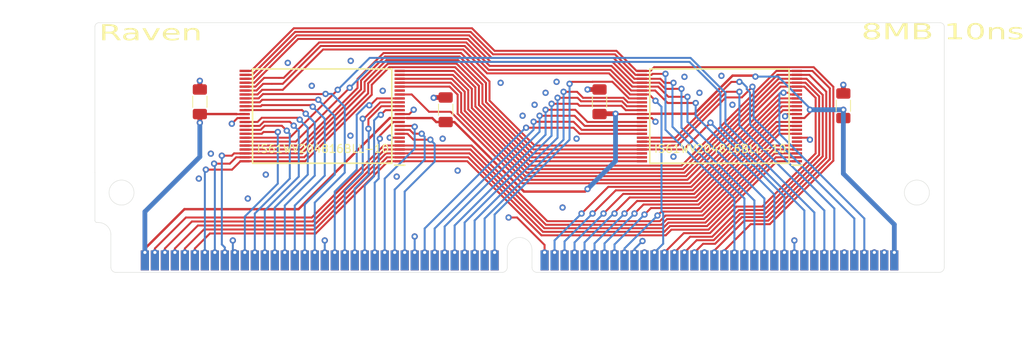
<source format=kicad_pcb>
(kicad_pcb (version 20221018) (generator pcbnew)
  (title_block (title "Raven SRAM: 8MB, 10ns") (date "2023") (rev "A0") (company "Licensed under CERN-OHL-P v2") (comment 1 "Anders Granlund"))
  (layers (0 "F.Cu" signal) (1 "In1.Cu" signal) (2 "In2.Cu" signal) (31 "B.Cu" signal) (34 "B.Paste" user) (35 "F.Paste" user) (36 "B.SilkS" user "B.Silkscreen") (37 "F.SilkS" user "F.Silkscreen") (38 "B.Mask" user) (39 "F.Mask" user) (44 "Edge.Cuts" user))
  (net 0 "")
  (net 1 "unconnected-(J1-nc-Pad67)")
  (net 2 "unconnected-(J1-nc-Pad70)")
  (net 3 "unconnected-(J1-nc-Pad71)")
  (net 4 "VCC")
  (net 5 "A2")
  (net 6 "A3")
  (net 7 "A4")
  (net 8 "A5")
  (net 9 "A6")
  (net 10 "A7")
  (net 11 "A8")
  (net 12 "A9")
  (net 13 "A10")
  (net 14 "A11")
  (net 15 "A12")
  (net 16 "GND")
  (net 17 "D31")
  (net 18 "D30")
  (net 19 "D29")
  (net 20 "D28")
  (net 21 "D27")
  (net 22 "D26")
  (net 23 "D25")
  (net 24 "D24")
  (net 25 "D23")
  (net 26 "D22")
  (net 27 "D21")
  (net 28 "D20")
  (net 29 "D19")
  (net 30 "D18")
  (net 31 "D17")
  (net 32 "D16")
  (net 33 "D15")
  (net 34 "D14")
  (net 35 "D13")
  (net 36 "D12")
  (net 37 "D11")
  (net 38 "D10")
  (net 39 "D9")
  (net 40 "D8")
  (net 41 "D7")
  (net 42 "D6")
  (net 43 "D5")
  (net 44 "D4")
  (net 45 "D3")
  (net 46 "D2")
  (net 47 "D1")
  (net 48 "D0")
  (net 49 "A22")
  (net 50 "A21")
  (net 51 "A20")
  (net 52 "A19")
  (net 53 "A18")
  (net 54 "A17")
  (net 55 "A16")
  (net 56 "A15")
  (net 57 "A14")
  (net 58 "A13")
  (net 59 "~{BS0}")
  (net 60 "~{BS1}")
  (net 61 "~{BS2}")
  (net 62 "~{BS3}")
  (net 63 "~{OE}")
  (net 64 "~{WE}")
  (net 69 "unconnected-(J1-A21-Pad47)")
  (footprint "68k:SIMM72_edge" (layer "F.Cu") (at 51.0258 102.745)
    (fp_text reference "J1" hide)
    (fp_text value "SIMM72")
    (fp_line (start 0 0) (end 0 6.096) (stroke (width 0.05)) (layer "Edge.Cuts"))
    (fp_line (start 0.254 6.35) (end 0.46 6.354793) (stroke (width 0.05)) (layer "Edge.Cuts"))
    (fp_line (start 2.03 12.065) (end 2.03 7.92) (stroke (width 0.05)) (layer "Edge.Cuts"))
    (fp_line (start 51.7652 12.7) (end 2.665 12.7) (stroke (width 0.05)) (layer "Edge.Cuts"))
    (fp_line (start 52.4002 12.065) (end 52.4002 9.8298) (stroke (width 0.05)) (layer "Edge.Cuts"))
    (fp_line (start 55.5498 12.065) (end 55.5498 9.8298) (stroke (width 0.05)) (layer "Edge.Cuts"))
    (fp_line (start 56.1848 12.7) (end 106.68 12.7) (stroke (width 0.05)) (layer "Edge.Cuts"))
    (fp_line (start 107.315 12.7) (end 106.68 12.7) (stroke (width 0.05)) (layer "Edge.Cuts"))
    (fp_line (start 107.95 0) (end 107.95 11.43) (stroke (width 0.05)) (layer "Edge.Cuts"))
    (fp_line (start 107.95 12.065) (end 107.95 11.43) (stroke (width 0.05)) (layer "Edge.Cuts"))
    (fp_arc (start 0.254 6.35) (mid 0.074395 6.275605) (end 0 6.096) (stroke (width 0.05)) (layer "Edge.Cuts"))
    (fp_arc (start 0.46 6.354793) (mid 1.568464 6.812942) (end 2.03 7.92) (stroke (width 0.05)) (layer "Edge.Cuts"))
    (fp_arc (start 2.665 12.7) (mid 2.215987 12.514013) (end 2.03 12.065) (stroke (width 0.05)) (layer "Edge.Cuts"))
    (fp_arc (start 52.4002 9.8298) (mid 53.975 8.255) (end 55.5498 9.8298) (stroke (width 0.05)) (layer "Edge.Cuts"))
    (fp_arc (start 52.4002 12.065) (mid 52.214213 12.514013) (end 51.7652 12.7) (stroke (width 0.05)) (layer "Edge.Cuts"))
    (fp_arc (start 56.1848 12.7) (mid 55.735787 12.514013) (end 55.5498 12.065) (stroke (width 0.05)) (layer "Edge.Cuts"))
    (fp_arc (start 107.95 12.065) (mid 107.764013 12.514013) (end 107.315 12.7) (stroke (width 0.05)) (layer "Edge.Cuts"))
    (fp_circle (center 3.38 2.54) (end 4.953 2.3114) (stroke (width 0.05)) (fill none) (layer "Edge.Cuts"))
    (fp_circle (center 104.4702 2.54) (end 106.0602 2.54) (stroke (width 0.05)) (fill none) (layer "Edge.Cuts"))
  )
  (footprint "Capacitor_SMD:C_1206_3216Metric_Pad1.33x1.80mm_HandSolder" (layer "F.Cu") (at 115.16 93.728 90)
    (fp_text reference "C3" hide)
    (fp_text value "0.1uF" hide)
  )
  (footprint "68k:SOP50P2000X120-48N" (layer "F.Cu") (at 79.91 95.55 180)
    (fp_text reference "IC2" hide)
    (fp_text value "IS61WV204816BLL-10TLI" hide)
  )
  (footprint "Capacitor_SMD:C_1206_3216Metric_Pad1.33x1.80mm_HandSolder" (layer "F.Cu") (at 146.148 94.236 90)
    (fp_text reference "C4" hide)
    (fp_text value "0.1uF" hide)
  )
  (footprint "Capacitor_SMD:C_1206_3216Metric_Pad1.33x1.80mm_HandSolder" (layer "F.Cu") (at 64.36 93.728 90)
    (fp_text reference "C1" hide)
    (fp_text value "0.1uF" hide)
  )
  (footprint "68k:SOP50P2000X120-48N" (layer "F.Cu") (at 130.4 95.55 180)
    (fp_text reference "IC1" hide)
    (fp_text value "IS61WV204816BLL-10TLI" hide)
  )
  (footprint "Capacitor_SMD:C_1206_3216Metric_Pad1.33x1.80mm_HandSolder" (layer "F.Cu") (at 95.602 94.744 90)
    (fp_text reference "C2" hide)
    (fp_text value "0.1uF" hide)
  )
  (gr_arc (start 51.025 84.1776) (mid 51.17379 83.81839) (end 51.533 83.6696) (stroke (width 0.05)) (layer "Edge.Cuts"))
  (gr_arc (start 158.467 83.6696) (mid 158.82621 83.81839) (end 158.975 84.1776) (stroke (width 0.05)) (layer "Edge.Cuts"))
  (gr_line (start 158.975 84.1776) (end 158.9758 102.745) (stroke (width 0.05)) (layer "Edge.Cuts"))
  (gr_line (start 51.025 84.1776) (end 51.0258 102.745) (stroke (width 0.05)) (layer "Edge.Cuts"))
  (gr_line (start 158.467 83.6696) (end 51.533 83.6696) (stroke (width 0.05)) (layer "Edge.Cuts"))
  (gr_text "IS61WV204816BLL-10" (at 71.5 100.3) (layer "F.SilkS") (effects (font (size 1 1)) (justify left bottom)))
  (gr_text "8MB 10ns" (at 148.434 86.108) (layer "F.SilkS") (effects (font (size 2 3)) (justify left bottom)))
  (gr_text "IS61WV204816BLL-10" (at 122 100.3) (layer "F.SilkS") (effects (font (size 1 1)) (justify left bottom)))
  (gr_text "Raven" (at 51.533 86.235) (layer "F.SilkS") (effects (font (size 2 3)) (justify left bottom)))
  (via (at 146.275 112.905) (size 0.8) (drill 0.4) (layers "F.Cu" "B.Cu") (net 1))
  (via (at 150.085 112.905) (size 0.8) (drill 0.4) (layers "F.Cu" "B.Cu") (net 2))
  (via (at 151.355 112.905) (size 0.8) (drill 0.4) (layers "F.Cu" "B.Cu") (net 3))
  (segment (start 134.8475 90.4) (end 134.8735 90.426) (width 0.3048) (layer "F.Cu") (net 4))
  (segment (start 64.3695 95.3) (end 64.36 95.2905) (width 0.25) (layer "F.Cu") (net 4))
  (segment (start 121.652 95.3) (end 120.55 95.3) (width 0.25) (layer "F.Cu") (net 4))
  (segment (start 64.36 96.395) (end 64.36 95.2905) (width 0.6096) (layer "F.Cu") (net 4))
  (segment (start 115.1695 95.3) (end 115.16 95.2905) (width 0.25) (layer "F.Cu") (net 4))
  (segment (start 115.1985 95.252) (end 115.16 95.2905) (width 0.6096) (layer "F.Cu") (net 4))
  (segment (start 141.9035 95.0965) (end 141.2 95.8) (width 0.25) (layer "F.Cu") (net 4))
  (segment (start 64.36 95.2905) (end 68.9905 95.2905) (width 0.3048) (layer "F.Cu") (net 4))
  (segment (start 113.636 104.8305) (end 113.3085 105.158) (width 0.3048) (layer "F.Cu") (net 4))
  (segment (start 76.9 107.4) (end 62.4 107.4) (width 0.3048) (layer "F.Cu") (net 4))
  (segment (start 88.704 95.8) (end 88.5 95.8) (width 0.3048) (layer "F.Cu") (net 4))
  (segment (start 146.148 94.744) (end 146.148 95.7985) (width 0.6096) (layer "F.Cu") (net 4))
  (segment (start 117.192 95.252) (end 115.1985 95.252) (width 0.6096) (layer "F.Cu") (net 4))
  (segment (start 141.9035 94.744) (end 141.9035 95.0965) (width 0.25) (layer "F.Cu") (net 4))
  (segment (start 90.7 95.8) (end 93.9 95.8) (width 0.3048) (layer "F.Cu") (net 4))
  (segment (start 89.76 95.8) (end 88.704 95.8) (width 0.254) (layer "F.Cu") (net 4))
  (segment (start 96.7065 96.3065) (end 95.602 96.3065) (width 0.3048) (layer "F.Cu") (net 4))
  (segment (start 57.375 112.425) (end 57.375 112.905) (width 0.3048) (layer "F.Cu") (net 4))
  (segment (start 94.4065 96.3065) (end 95.602 96.3065) (width 0.3048) (layer "F.Cu") (net 4))
  (segment (start 88.5 95.8) (end 76.9 107.4) (width 0.3048) (layer "F.Cu") (net 4))
  (segment (start 105.558 105.158) (end 96.7065 96.3065) (width 0.3048) (layer "F.Cu") (net 4))
  (segment (start 68.9905 95.2905) (end 69 95.3) (width 0.3048) (layer "F.Cu") (net 4))
  (segment (start 89.76 95.8) (end 90.7 95.8) (width 0.25) (layer "F.Cu") (net 4))
  (segment (start 93.9 95.8) (end 94.4065 96.3065) (width 0.3048) (layer "F.Cu") (net 4))
  (segment (start 132.06825 90.4) (end 134.8475 90.4) (width 0.3048) (layer "F.Cu") (net 4))
  (segment (start 113.3085 105.158) (end 105.558 105.158) (width 0.3048) (layer "F.Cu") (net 4))
  (segment (start 62.4 107.4) (end 57.375 112.425) (width 0.3048) (layer "F.Cu") (net 4))
  (segment (start 117.24 95.3) (end 117.192 95.252) (width 0.25) (layer "F.Cu") (net 4))
  (segment (start 120.55 95.3) (end 117.24 95.3) (width 0.25) (layer "F.Cu") (net 4))
  (segment (start 121.7 95.252) (end 121.652 95.3) (width 0.25) (layer "F.Cu") (net 4))
  (segment (start 134.972 90.5245) (end 134.8735 90.426) (width 0.25) (layer "F.Cu") (net 4))
  (segment (start 70.06 95.3) (end 69 95.3) (width 0.254) (layer "F.Cu") (net 4))
  (segment (start 121.7 95.252) (end 127.21625 95.252) (width 0.3048) (layer "F.Cu") (net 4))
  (segment (start 141.2 95.8) (end 140.25 95.8) (width 0.25) (layer "F.Cu") (net 4))
  (segment (start 127.21625 95.252) (end 132.06825 90.4) (width 0.3048) (layer "F.Cu") (net 4))
  (via (at 146.148 94.744) (size 0.8) (drill 0.4) (layers "F.Cu" "B.Cu") (net 4))
  (via (at 152.625 112.905) (size 0.8) (drill 0.4) (layers "F.Cu" "B.Cu") (net 4))
  (via (at 117.192 95.252) (size 0.8) (drill 0.4) (layers "F.Cu" "B.Cu") (net 4))
  (via (at 141.9035 94.744) (size 0.8) (drill 0.4) (layers "F.Cu" "B.Cu") (net 4))
  (via (at 64.36 96.395) (size 0.8) (drill 0.4) (layers "F.Cu" "B.Cu") (net 4))
  (via (at 57.375 112.905) (size 0.8) (drill 0.4) (layers "F.Cu" "B.Cu") (net 4))
  (via (at 113.636 104.8305) (size 0.8) (drill 0.4) (layers "F.Cu" "B.Cu") (net 4))
  (via (at 134.972 90.5245) (size 0.8) (drill 0.4) (layers "F.Cu" "B.Cu") (net 4))
  (segment (start 141.9035 94.744) (end 146.148 94.744) (width 0.6096) (layer "B.Cu") (net 4))
  (segment (start 146.148 102.872) (end 152.625 109.349) (width 0.6096) (layer "B.Cu") (net 4))
  (segment (start 64.36 100.74) (end 57.375 107.725) (width 0.6096) (layer "B.Cu") (net 4))
  (segment (start 57.375 107.725) (end 57.375 112.905) (width 0.6096) (layer "B.Cu") (net 4))
  (segment (start 141.9035 94.5635) (end 141.9035 94.744) (width 0.25) (layer "B.Cu") (net 4))
  (segment (start 146.148 94.744) (end 146.148 102.872) (width 0.6096) (layer "B.Cu") (net 4))
  (segment (start 64.36 96.395) (end 64.36 100.74) (width 0.6096) (layer "B.Cu") (net 4))
  (segment (start 113.636 104.8305) (end 117.192 101.2745) (width 0.6096) (layer "B.Cu") (net 4))
  (segment (start 134.972 90.5245) (end 137.8645 90.5245) (width 0.25) (layer "B.Cu") (net 4))
  (segment (start 137.8645 90.5245) (end 141.9035 94.5635) (width 0.25) (layer "B.Cu") (net 4))
  (segment (start 117.192 101.2745) (end 117.192 95.252) (width 0.6096) (layer "B.Cu") (net 4))
  (segment (start 152.625 109.349) (end 152.625 112.905) (width 0.6096) (layer "B.Cu") (net 4))
  (segment (start 128.256356 108.206) (end 137.162356 99.3) (width 0.25) (layer "F.Cu") (net 5))
  (segment (start 108.524584 108.931) (end 122.826305 108.931) (width 0.25) (layer "F.Cu") (net 5))
  (segment (start 98.893584 99.3) (end 108.524584 108.931) (width 0.25) (layer "F.Cu") (net 5))
  (segment (start 78.578416 108.46) (end 62.586 108.46) (width 0.25) (layer "F.Cu") (net 5))
  (segment (start 137.162356 99.3) (end 140.25 99.3) (width 0.25) (layer "F.Cu") (net 5))
  (segment (start 89.76 99.3) (end 87.738416 99.3) (width 0.25) (layer "F.Cu") (net 5))
  (segment (start 87.738416 99.3) (end 78.578416 108.46) (width 0.25) (layer "F.Cu") (net 5))
  (segment (start 122.826305 108.931) (end 123.551305 108.206) (width 0.25) (layer "F.Cu") (net 5))
  (segment (start 58.645 112.401) (end 58.645 113.921) (width 0.25) (layer "F.Cu") (net 5))
  (segment (start 123.551305 108.206) (end 128.256356 108.206) (width 0.25) (layer "F.Cu") (net 5))
  (segment (start 89.76 99.3) (end 98.893584 99.3) (width 0.25) (layer "F.Cu") (net 5))
  (segment (start 62.586 108.46) (end 58.645 112.401) (width 0.25) (layer "F.Cu") (net 5))
  (via (at 58.645 112.905) (size 0.8) (drill 0.4) (layers "F.Cu" "B.Cu") (net 5))
  (segment (start 137.298752 99.8) (end 128.442752 108.656) (width 0.25) (layer "F.Cu") (net 6))
  (segment (start 59.915 113.921) (end 59.915 112.401) (width 0.25) (layer "F.Cu") (net 6))
  (segment (start 123.737701 108.656) (end 123.012701 109.381) (width 0.25) (layer "F.Cu") (net 6))
  (segment (start 78.706812 108.968) (end 87.874812 99.8) (width 0.25) (layer "F.Cu") (net 6))
  (segment (start 128.442752 108.656) (end 123.737701 108.656) (width 0.25) (layer "F.Cu") (net 6))
  (segment (start 59.915 112.401) (end 63.348 108.968) (width 0.25) (layer "F.Cu") (net 6))
  (segment (start 63.348 108.968) (end 78.706812 108.968) (width 0.25) (layer "F.Cu") (net 6))
  (segment (start 123.012701 109.381) (end 108.338188 109.381) (width 0.25) (layer "F.Cu") (net 6))
  (segment (start 108.338188 109.381) (end 98.757188 99.8) (width 0.25) (layer "F.Cu") (net 6))
  (segment (start 87.874812 99.8) (end 89.76 99.8) (width 0.25) (layer "F.Cu") (net 6))
  (segment (start 98.757188 99.8) (end 89.76 99.8) (width 0.25) (layer "F.Cu") (net 6))
  (segment (start 140.25 99.8) (end 137.298752 99.8) (width 0.25) (layer "F.Cu") (net 6))
  (via (at 59.915 112.905) (size 0.8) (drill 0.4) (layers "F.Cu" "B.Cu") (net 6))
  (segment (start 78.835208 109.476) (end 64.11 109.476) (width 0.25) (layer "F.Cu") (net 7))
  (segment (start 98.620792 100.3) (end 108.151792 109.831) (width 0.25) (layer "F.Cu") (net 7))
  (segment (start 88.011208 100.3) (end 78.835208 109.476) (width 0.25) (layer "F.Cu") (net 7))
  (segment (start 89.76 100.3) (end 88.011208 100.3) (width 0.25) (layer "F.Cu") (net 7))
  (segment (start 64.11 109.476) (end 61.185 112.401) (width 0.25) (layer "F.Cu") (net 7))
  (segment (start 137.435148 100.3) (end 140.25 100.3) (width 0.25) (layer "F.Cu") (net 7))
  (segment (start 123.924097 109.106) (end 128.629148 109.106) (width 0.25) (layer "F.Cu") (net 7))
  (segment (start 128.629148 109.106) (end 137.435148 100.3) (width 0.25) (layer "F.Cu") (net 7))
  (segment (start 108.151792 109.831) (end 123.199097 109.831) (width 0.25) (layer "F.Cu") (net 7))
  (segment (start 89.76 100.3) (end 98.620792 100.3) (width 0.25) (layer "F.Cu") (net 7))
  (segment (start 61.185 112.401) (end 61.185 113.921) (width 0.25) (layer "F.Cu") (net 7))
  (segment (start 123.199097 109.831) (end 123.924097 109.106) (width 0.25) (layer "F.Cu") (net 7))
  (via (at 61.185 112.905) (size 0.8) (drill 0.4) (layers "F.Cu" "B.Cu") (net 7))
  (segment (start 123.385493 110.281) (end 107.965396 110.281) (width 0.25) (layer "F.Cu") (net 8))
  (segment (start 64.872 109.984) (end 78.963604 109.984) (width 0.25) (layer "F.Cu") (net 8))
  (segment (start 88.147604 100.8) (end 89.76 100.8) (width 0.25) (layer "F.Cu") (net 8))
  (segment (start 62.455 112.401) (end 64.872 109.984) (width 0.25) (layer "F.Cu") (net 8))
  (segment (start 78.963604 109.984) (end 88.147604 100.8) (width 0.25) (layer "F.Cu") (net 8))
  (segment (start 137.571544 100.8) (end 128.815544 109.556) (width 0.25) (layer "F.Cu") (net 8))
  (segment (start 140.25 100.8) (end 137.571544 100.8) (width 0.25) (layer "F.Cu") (net 8))
  (segment (start 124.110493 109.556) (end 123.385493 110.281) (width 0.25) (layer "F.Cu") (net 8))
  (segment (start 98.484396 100.8) (end 89.76 100.8) (width 0.25) (layer "F.Cu") (net 8))
  (segment (start 128.815544 109.556) (end 124.110493 109.556) (width 0.25) (layer "F.Cu") (net 8))
  (segment (start 107.965396 110.281) (end 98.484396 100.8) (width 0.25) (layer "F.Cu") (net 8))
  (segment (start 62.455 113.921) (end 62.455 112.401) (width 0.25) (layer "F.Cu") (net 8))
  (via (at 62.455 112.905) (size 0.8) (drill 0.4) (layers "F.Cu" "B.Cu") (net 8))
  (segment (start 98.348 101.3) (end 107.779 110.731) (width 0.25) (layer "F.Cu") (net 9))
  (segment (start 123.571889 110.731) (end 124.296889 110.006) (width 0.25) (layer "F.Cu") (net 9))
  (segment (start 137.70794 101.3) (end 140.25 101.3) (width 0.25) (layer "F.Cu") (net 9))
  (segment (start 79.092 110.492) (end 65.634 110.492) (width 0.25) (layer "F.Cu") (net 9))
  (segment (start 63.725 112.401) (end 63.725 113.921) (width 0.25) (layer "F.Cu") (net 9))
  (segment (start 124.296889 110.006) (end 129.00194 110.006) (width 0.25) (layer "F.Cu") (net 9))
  (segment (start 88.284 101.3) (end 79.092 110.492) (width 0.25) (layer "F.Cu") (net 9))
  (segment (start 89.76 101.3) (end 98.348 101.3) (width 0.25) (layer "F.Cu") (net 9))
  (segment (start 107.779 110.731) (end 123.571889 110.731) (width 0.25) (layer "F.Cu") (net 9))
  (segment (start 129.00194 110.006) (end 137.70794 101.3) (width 0.25) (layer "F.Cu") (net 9))
  (segment (start 65.634 110.492) (end 63.725 112.401) (width 0.25) (layer "F.Cu") (net 9))
  (segment (start 89.76 101.3) (end 88.284 101.3) (width 0.25) (layer "F.Cu") (net 9))
  (via (at 63.725 112.905) (size 0.8) (drill 0.4) (layers "F.Cu" "B.Cu") (net 9))
  (segment (start 106.35598 101.3) (end 120.55 101.3) (width 0.25) (layer "F.Cu") (net 10))
  (segment (start 86.204 91.569) (end 88.448 89.325) (width 0.25) (layer "F.Cu") (net 10))
  (segment (start 88.448 89.325) (end 96.81008 89.325) (width 0.25) (layer "F.Cu") (net 10))
  (segment (start 99.376 94.32002) (end 106.35598 101.3) (width 0.25) (layer "F.Cu") (net 10))
  (segment (start 77.744396 101.3) (end 86.204 92.840396) (width 0.25) (layer "F.Cu") (net 10))
  (segment (start 65.122 102.364) (end 68.456 102.364) (width 0.25) (layer "F.Cu") (net 10))
  (segment (start 86.204 92.840396) (end 86.204 91.569) (width 0.25) (layer "F.Cu") (net 10))
  (segment (start 96.81008 89.325) (end 99.376 91.89092) (width 0.25) (layer "F.Cu") (net 10))
  (segment (start 68.456 102.364) (end 69.52 101.3) (width 0.25) (layer "F.Cu") (net 10))
  (segment (start 99.376 91.89092) (end 99.376 94.32002) (width 0.25) (layer "F.Cu") (net 10))
  (segment (start 69.52 101.3) (end 70.06 101.3) (width 0.25) (layer "F.Cu") (net 10))
  (segment (start 70.06 101.3) (end 77.744396 101.3) (width 0.25) (layer "F.Cu") (net 10))
  (via (at 64.995 112.905) (size 0.8) (drill 0.4) (layers "F.Cu" "B.Cu") (net 10))
  (via (at 65.122 102.364) (size 0.8) (drill 0.4) (layers "F.Cu" "B.Cu") (net 10))
  (segment (start 65.122 102.364) (end 64.995 102.491) (width 0.25) (layer "B.Cu") (net 10))
  (segment (start 64.995 102.491) (end 64.995 113.921) (width 0.25) (layer "B.Cu") (net 10))
  (segment (start 120.55 100.8) (end 106.492376 100.8) (width 0.25) (layer "F.Cu") (net 11))
  (segment (start 99.826 94.133624) (end 99.826 91.704524) (width 0.25) (layer "F.Cu") (net 11))
  (segment (start 85.754 91.382604) (end 85.754 92.654) (width 0.25) (layer "F.Cu") (net 11))
  (segment (start 85.754 92.654) (end 77.608 100.8) (width 0.25) (layer "F.Cu") (net 11))
  (segment (start 99.826 91.704524) (end 96.996476 88.875) (width 0.25) (layer "F.Cu") (net 11))
  (segment (start 96.996476 88.875) (end 88.261604 88.875) (width 0.25) (layer "F.Cu") (net 11))
  (segment (start 66.170987 101.602) (end 68.17 101.602) (width 0.25) (layer "F.Cu") (net 11))
  (segment (start 106.492376 100.8) (end 99.826 94.133624) (width 0.25) (layer "F.Cu") (net 11))
  (segment (start 68.972 100.8) (end 70.06 100.8) (width 0.25) (layer "F.Cu") (net 11))
  (segment (start 77.608 100.8) (end 70.06 100.8) (width 0.25) (layer "F.Cu") (net 11))
  (segment (start 88.261604 88.875) (end 85.754 91.382604) (width 0.25) (layer "F.Cu") (net 11))
  (segment (start 68.17 101.602) (end 68.972 100.8) (width 0.25) (layer "F.Cu") (net 11))
  (via (at 66.265 112.905) (size 0.8) (drill 0.4) (layers "F.Cu" "B.Cu") (net 11))
  (via (at 66.170987 101.602) (size 0.8) (drill 0.4) (layers "F.Cu" "B.Cu") (net 11))
  (segment (start 66.265 101.696013) (end 66.265 113.921) (width 0.25) (layer "B.Cu") (net 11))
  (segment (start 66.170987 101.602) (end 66.265 101.696013) (width 0.25) (layer "B.Cu") (net 11))
  (segment (start 100.276 91.518128) (end 100.276 93.947228) (width 0.25) (layer "F.Cu") (net 12))
  (segment (start 88.075208 88.425) (end 97.182872 88.425) (width 0.25) (layer "F.Cu") (net 12))
  (segment (start 67.154 100.586) (end 68.424 100.586) (width 0.25) (layer "F.Cu") (net 12))
  (segment (start 68.71 100.3) (end 70.06 100.3) (width 0.25) (layer "F.Cu") (net 12))
  (segment (start 77.348792 100.3) (end 85.304 92.344792) (width 0.25) (layer "F.Cu") (net 12))
  (segment (start 68.424 100.586) (end 68.71 100.3) (width 0.25) (layer "F.Cu") (net 12))
  (segment (start 85.304 91.196208) (end 88.075208 88.425) (width 0.25) (layer "F.Cu") (net 12))
  (segment (start 106.628772 100.3) (end 120.55 100.3) (width 0.25) (layer "F.Cu") (net 12))
  (segment (start 100.276 93.947228) (end 106.628772 100.3) (width 0.25) (layer "F.Cu") (net 12))
  (segment (start 97.182872 88.425) (end 100.276 91.518128) (width 0.25) (layer "F.Cu") (net 12))
  (segment (start 85.304 92.344792) (end 85.304 91.196208) (width 0.25) (layer "F.Cu") (net 12))
  (segment (start 70.06 100.3) (end 77.348792 100.3) (width 0.25) (layer "F.Cu") (net 12))
  (via (at 67.535 112.905) (size 0.8) (drill 0.4) (layers "F.Cu" "B.Cu") (net 12))
  (via (at 67.154 100.586) (size 0.8) (drill 0.4) (layers "F.Cu" "B.Cu") (net 12))
  (segment (start 67.535 112.27) (end 67.535 113.921) (width 0.25) (layer "B.Cu") (net 12))
  (segment (start 67.154 100.586) (end 67.154 111.889) (width 0.25) (layer "B.Cu") (net 12))
  (segment (start 67.154 111.889) (end 67.535 112.27) (width 0.25) (layer "B.Cu") (net 12))
  (segment (start 77.212396 99.8) (end 70.06 99.8) (width 0.25) (layer "F.Cu") (net 13))
  (segment (start 97.369268 87.975) (end 87.888812 87.975) (width 0.25) (layer "F.Cu") (net 13))
  (segment (start 84.854 91.009812) (end 84.854 92.158396) (width 0.25) (layer "F.Cu") (net 13))
  (segment (start 100.726 93.760832) (end 100.726 91.331732) (width 0.25) (layer "F.Cu") (net 13))
  (segment (start 120.55 99.8) (end 106.765168 99.8) (width 0.25) (layer "F.Cu") (net 13))
  (segment (start 129.258651 96.389463) (end 129.258651 96.393349) (width 0.25) (layer "F.Cu") (net 13))
  (segment (start 84.854 92.158396) (end 77.212396 99.8) (width 0.25) (layer "F.Cu") (net 13))
  (segment (start 87.888812 87.975) (end 84.854 91.009812) (width 0.25) (layer "F.Cu") (net 13))
  (segment (start 100.726 91.331732) (end 97.369268 87.975) (width 0.25) (layer "F.Cu") (net 13))
  (segment (start 106.765168 99.8) (end 100.726 93.760832) (width 0.25) (layer "F.Cu") (net 13))
  (segment (start 129.258651 96.393349) (end 125.852 99.8) (width 0.25) (layer "F.Cu") (net 13))
  (segment (start 125.852 99.8) (end 120.55 99.8) (width 0.25) (layer "F.Cu") (net 13))
  (via (at 138.655 112.905) (size 0.8) (drill 0.4) (layers "F.Cu" "B.Cu") (net 13))
  (via (at 129.258651 96.389463) (size 0.8) (drill 0.4) (layers "F.Cu" "B.Cu") (net 13))
  (segment (start 129.258651 96.389463) (end 129.259358 96.389463) (width 0.25) (layer "B.Cu") (net 13))
  (segment (start 138.655 105.785105) (end 138.655 112.905) (width 0.25) (layer "B.Cu") (net 13))
  (segment (start 129.259358 96.389463) (end 138.655 105.785105) (width 0.25) (layer "B.Cu") (net 13))
  (segment (start 73.504 91.442) (end 72.413584 91.442) (width 0.25) (layer "F.Cu") (net 14))
  (segment (start 98.025396 86.625) (end 101.064396 89.664) (width 0.25) (layer "F.Cu") (net 14))
  (segment (start 119.18602 92.3) (end 120.55 92.3) (width 0.25) (layer "F.Cu") (net 14))
  (segment (start 72.413584 91.442) (end 71.555584 92.3) (width 0.25) (layer "F.Cu") (net 14))
  (segment (start 123.825284 93.884284) (end 122.241 92.3) (width 0.25) (layer "F.Cu") (net 14))
  (segment (start 122.241 92.3) (end 120.55 92.3) (width 0.25) (layer "F.Cu") (net 14))
  (segment (start 74.901 91.442) (end 79.718 86.625) (width 0.25) (layer "F.Cu") (net 14))
  (segment (start 116.55002 89.664) (end 119.18602 92.3) (width 0.25) (layer "F.Cu") (net 14))
  (segment (start 73.504 91.442) (end 74.901 91.442) (width 0.25) (layer "F.Cu") (net 14))
  (segment (start 71.555584 92.3) (end 70.06 92.3) (width 0.25) (layer "F.Cu") (net 14))
  (segment (start 127.381284 93.884284) (end 123.825284 93.884284) (width 0.25) (layer "F.Cu") (net 14))
  (segment (start 101.064396 89.664) (end 116.55002 89.664) (width 0.25) (layer "F.Cu") (net 14))
  (segment (start 79.718 86.625) (end 98.025396 86.625) (width 0.25) (layer "F.Cu") (net 14))
  (via (at 137.385 112.905) (size 0.8) (drill 0.4) (layers "F.Cu" "B.Cu") (net 14))
  (via (at 127.381284 93.884284) (size 0.8) (drill 0.4) (layers "F.Cu" "B.Cu") (net 14))
  (segment (start 137.385 105.54041) (end 137.385 112.905) (width 0.25) (layer "B.Cu") (net 14))
  (segment (start 127.381284 95.536694) (end 137.385 105.54041) (width 0.25) (layer "B.Cu") (net 14))
  (segment (start 127.381284 93.884284) (end 127.381284 95.536694) (width 0.25) (layer "B.Cu") (net 14))
  (segment (start 98.211792 86.175) (end 101.192792 89.156) (width 0.25) (layer "F.Cu") (net 15))
  (segment (start 79.531604 86.175) (end 98.211792 86.175) (width 0.25) (layer "F.Cu") (net 15))
  (segment (start 116.678416 89.156) (end 119.322416 91.8) (width 0.25) (layer "F.Cu") (net 15))
  (segment (start 119.322416 91.8) (end 120.55 91.8) (width 0.25) (layer "F.Cu") (net 15))
  (segment (start 120.55 91.8) (end 122.616403 91.8) (width 0.25) (layer "F.Cu") (net 15))
  (segment (start 122.616403 91.8) (end 123.909403 93.093) (width 0.25) (layer "F.Cu") (net 15))
  (segment (start 123.909403 93.093) (end 126.336 93.093) (width 0.25) (layer "F.Cu") (net 15))
  (segment (start 71.419188 91.8) (end 70.06 91.8) (width 0.25) (layer "F.Cu") (net 15))
  (segment (start 74.422195 90.68) (end 75.026604 90.68) (width 0.25) (layer "F.Cu") (net 15))
  (segment (start 75.026604 90.68) (end 79.531604 86.175) (width 0.25) (layer "F.Cu") (net 15))
  (segment (start 101.192792 89.156) (end 116.678416 89.156) (width 0.25) (layer "F.Cu") (net 15))
  (segment (start 72.539188 90.68) (end 71.419188 91.8) (width 0.25) (layer "F.Cu") (net 15))
  (segment (start 74.422195 90.68) (end 72.539188 90.68) (width 0.25) (layer "F.Cu") (net 15))
  (via (at 126.336 93.093) (size 0.8) (drill 0.4) (layers "F.Cu" "B.Cu") (net 15))
  (via (at 136.115 112.905) (size 0.8) (drill 0.4) (layers "F.Cu" "B.Cu") (net 15))
  (segment (start 126.336 93.093) (end 126.336 96.268) (width 0.25) (layer "B.Cu") (net 15))
  (segment (start 126.336 96.268) (end 136.115 106.047) (width 0.25) (layer "B.Cu") (net 15))
  (segment (start 136.115 106.047) (end 136.115 112.905) (width 0.25) (layer "B.Cu") (net 15))
  (segment (start 94.1165 93.1815) (end 94.078 93.22) (width 0.25) (layer "F.Cu") (net 16))
  (segment (start 141.6495 98.3) (end 141.9035 98.554) (width 0.25) (layer "F.Cu") (net 16))
  (segment (start 139.02 95.3) (end 138.7445 95.5755) (width 0.25) (layer "F.Cu") (net 16))
  (segment (start 146.148 91.569) (end 146.148 92.6735) (width 0.6096) (layer "F.Cu") (net 16))
  (segment (start 121.804 95.8) (end 120.55 95.8) (width 0.25) (layer "F.Cu") (net 16))
  (segment (start 89.76 95.3) (end 90.982 95.3) (width 0.25) (layer "F.Cu") (net 16))
  (segment (start 69.146 95.8) (end 70.06 95.8) (width 0.25) (layer "F.Cu") (net 16))
  (segment (start 146.1865 92.712) (end 146.148 92.6735) (width 0.25) (layer "F.Cu") (net 16))
  (segment (start 108.175 112.905) (end 108.175 111.9525) (width 0.25) (layer "F.Cu") (net 16))
  (segment (start 64.36 91.061) (end 64.36 92.1655) (width 0.6096) (layer "F.Cu") (net 16))
  (segment (start 140.25 98.3) (end 141.6495 98.3) (width 0.25) (layer "F.Cu") (net 16))
  (segment (start 90.982 95.3) (end 91.538 94.744) (width 0.25) (layer "F.Cu") (net 16))
  (segment (start 95.602 93.1815) (end 94.1165 93.1815) (width 0.6096) (layer "F.Cu") (net 16))
  (segment (start 104.6825 108.46) (end 103.603 108.46) (width 0.25) (layer "F.Cu") (net 16))
  (segment (start 113.636 92.1655) (end 115.16 92.1655) (width 0.6096) (layer "F.Cu") (net 16))
  (segment (start 140.25 95.3) (end 139.02 95.3) (width 0.25) (layer "F.Cu") (net 16))
  (segment (start 88.498992 98.3) (end 89.76 98.3) (width 0.25) (layer "F.Cu") (net 16))
  (segment (start 108.175 111.9525) (end 104.6825 108.46) (width 0.25) (layer "F.Cu") (net 16))
  (segment (start 122.272 96.268) (end 121.804 95.8) (width 0.25) (layer "F.Cu") (net 16))
  (segment (start 68.424 96.522) (end 69.146 95.8) (width 0.25) (layer "F.Cu") (net 16))
  (via (at 68.551 111.381) (size 0.8) (drill 0.4) (layers "F.Cu" "B.Cu") (net 16))
  (via (at 109.699 91.188) (size 0.8) (drill 0.4) (layers "F.Cu" "B.Cu") (net 16))
  (via (at 80.235 112.905) (size 0.8) (drill 0.4) (layers "F.Cu" "B.Cu") (net 16))
  (via (at 88.498992 98.3) (size 0.8) (drill 0.4) (layers "F.Cu" "B.Cu") (net 16))
  (via (at 64.233 103.507) (size 0.8) (drill 0.4) (layers "F.Cu" "B.Cu") (net 16))
  (via (at 91.538 94.744) (size 0.8) (drill 0.4) (layers "F.Cu" "B.Cu") (net 16))
  (via (at 127.86 92.585) (size 0.8) (drill 0.4) (layers "F.Cu" "B.Cu") (net 16))
  (via (at 97.126 102.491) (size 0.8) (drill 0.4) (layers "F.Cu" "B.Cu") (net 16))
  (via (at 139.925 111.381) (size 0.8) (drill 0.4) (layers "F.Cu" "B.Cu") (net 16))
  (via (at 94.078 93.22) (size 0.8) (drill 0.4) (layers "F.Cu" "B.Cu") (net 16))
  (via (at 91.665 110.873) (size 0.8) (drill 0.4) (layers "F.Cu" "B.Cu") (net 16))
  (via (at 83.537 88.521) (size 0.8) (drill 0.4) (layers "F.Cu" "B.Cu") (net 16))
  (via (at 95.221 98.427) (size 0.8) (drill 0.4) (layers "F.Cu" "B.Cu") (net 16))
  (via (at 106.905 94.109) (size 0.8) (drill 0.4) (layers "F.Cu" "B.Cu") (net 16))
  (via (at 89.379 103.253) (size 0.8) (drill 0.4) (layers "F.Cu" "B.Cu") (net 16))
  (via (at 80.235 111.381) (size 0.8) (drill 0.4) (layers "F.Cu" "B.Cu") (net 16))
  (via (at 91.665 112.905) (size 0.8) (drill 0.4) (layers "F.Cu" "B.Cu") (net 16))
  (via (at 130.654 90.426) (size 0.8) (drill 0.4) (layers "F.Cu" "B.Cu") (net 16))
  (via (at 68.424 96.522) (size 0.8) (drill 0.4) (layers "F.Cu" "B.Cu") (net 16))
  (via (at 124.558 100.713) (size 0.8) (drill 0.4) (layers "F.Cu" "B.Cu") (net 16))
  (via (at 83.4995 98.046) (size 0.8) (drill 0.4) (layers "F.Cu" "B.Cu") (net 16))
  (via (at 78.584 91.696) (size 0.8) (drill 0.4) (layers "F.Cu" "B.Cu") (net 16))
  (via (at 141.9035 98.554) (size 0.8) (drill 0.4) (layers "F.Cu" "B.Cu") (net 16))
  (via (at 128.495 112.905) (size 0.8) (drill 0.4) (layers "F.Cu" "B.Cu") (net 16))
  (via (at 65.757 100.332) (size 0.8) (drill 0.4) (layers "F.Cu" "B.Cu") (net 16))
  (via (at 112.239 98.427) (size 0.8) (drill 0.4) (layers "F.Cu" "B.Cu") (net 16))
  (via (at 110.461 107.19) (size 0.8) (drill 0.4) (layers "F.Cu" "B.Cu") (net 16))
  (via (at 70.456 106.047) (size 0.8) (drill 0.4) (layers "F.Cu" "B.Cu") (net 16))
  (via (at 146.148 91.569) (size 0.8) (drill 0.4) (layers "F.Cu" "B.Cu") (net 16))
  (via (at 64.36 91.061) (size 0.8) (drill 0.4) (layers "F.Cu" "B.Cu") (net 16))
  (via (at 108.302 92.585) (size 0.8) (drill 0.4) (layers "F.Cu" "B.Cu") (net 16))
  (via (at 120.621 111.4555) (size 0.8) (drill 0.4) (layers "F.Cu" "B.Cu") (net 16))
  (via (at 113.636 92.1655) (size 0.8) (drill 0.4) (layers "F.Cu" "B.Cu") (net 16))
  (via (at 108.175 112.905) (size 0.8) (drill 0.4) (layers "F.Cu" "B.Cu") (net 16))
  (via (at 87.601 92.331) (size 0.8) (drill 0.4) (layers "F.Cu" "B.Cu") (net 16))
  (via (at 68.805 112.905) (size 0.8) (drill 0.4) (layers "F.Cu" "B.Cu") (net 16))
  (via (at 119.605 112.905) (size 0.8) (drill 0.4) (layers "F.Cu" "B.Cu") (net 16))
  (via (at 125.955 90.553) (size 0.8) (drill 0.4) (layers "F.Cu" "B.Cu") (net 16))
  (via (at 105.381 95.506) (size 0.8) (drill 0.4) (layers "F.Cu" "B.Cu") (net 16))
  (via (at 139.925 112.905) (size 0.8) (drill 0.4) (layers "F.Cu" "B.Cu") (net 16))
  (via (at 138.7445 95.5755) (size 0.8) (drill 0.4) (layers "F.Cu" "B.Cu") (net 16))
  (via (at 122.272 96.268) (size 0.8) (drill 0.4) (layers "F.Cu" "B.Cu") (net 16))
  (via (at 102.587 91.315) (size 0.8) (drill 0.4) (layers "F.Cu" "B.Cu") (net 16))
  (via (at 72.742 102.999) (size 0.8) (drill 0.4) (layers "F.Cu" "B.Cu") (net 16))
  (via (at 75.536 88.775) (size 0.8) (drill 0.4) (layers "F.Cu" "B.Cu") (net 16))
  (via (at 132.051 94.109) (size 0.8) (drill 0.4) (layers "F.Cu" "B.Cu") (net 16))
  (via (at 103.603 108.46) (size 0.8) (drill 0.4) (layers "F.Cu" "B.Cu") (net 16))
  (segment (start 68.551 111.381) (end 68.551 112.651) (width 0.25) (layer "B.Cu") (net 16))
  (segment (start 80.235 111.381) (end 80.235 112.905) (width 0.25) (layer "B.Cu") (net 16))
  (segment (start 139.925 111.381) (end 139.925 112.905) (width 0.25) (layer "B.Cu") (net 16))
  (segment (start 91.665 110.873) (end 91.665 112.905) (width 0.25) (layer "B.Cu") (net 16))
  (segment (start 119.605 112.905) (end 119.605 112.4715) (width 0.25) (layer "B.Cu") (net 16))
  (segment (start 119.605 112.4715) (end 120.621 111.4555) (width 0.25) (layer "B.Cu") (net 16))
  (segment (start 68.551 112.651) (end 68.805 112.905) (width 0.25) (layer "B.Cu") (net 16))
  (segment (start 72.453292 97.5755) (end 72.228792 97.8) (width 0.25) (layer "F.Cu") (net 17))
  (segment (start 74.266 97.5755) (end 72.453292 97.5755) (width 0.25) (layer "F.Cu") (net 17))
  (segment (start 72.228792 97.8) (end 70.06 97.8) (width 0.25) (layer "F.Cu") (net 17))
  (via (at 70.075 112.905) (size 0.8) (drill 0.4) (layers "F.Cu" "B.Cu") (net 17))
  (via (at 74.266 97.5755) (size 0.8) (drill 0.4) (layers "F.Cu" "B.Cu") (net 17))
  (segment (start 74.266 97.5755) (end 74.266 104.142) (width 0.25) (layer "B.Cu") (net 17))
  (segment (start 70.075 108.333) (end 70.075 112.905) (width 0.25) (layer "B.Cu") (net 17))
  (segment (start 74.266 104.142) (end 70.075 108.333) (width 0.25) (layer "B.Cu") (net 17))
  (segment (start 74.774 96.776) (end 72.616396 96.776) (width 0.25) (layer "F.Cu") (net 18))
  (segment (start 72.616396 96.776) (end 72.092396 97.3) (width 0.25) (layer "F.Cu") (net 18))
  (segment (start 72.092396 97.3) (end 70.06 97.3) (width 0.25) (layer "F.Cu") (net 18))
  (segment (start 75.409 97.411) (end 74.774 96.776) (width 0.25) (layer "F.Cu") (net 18))
  (via (at 71.345 112.905) (size 0.8) (drill 0.4) (layers "F.Cu" "B.Cu") (net 18))
  (via (at 75.409 97.411) (size 0.8) (drill 0.4) (layers "F.Cu" "B.Cu") (net 18))
  (segment (start 75.79 97.792) (end 75.79 103.507) (width 0.25) (layer "B.Cu") (net 18))
  (segment (start 71.345 107.952) (end 71.345 112.905) (width 0.25) (layer "B.Cu") (net 18))
  (segment (start 75.79 103.507) (end 71.345 107.952) (width 0.25) (layer "B.Cu") (net 18))
  (segment (start 75.409 97.411) (end 75.79 97.792) (width 0.25) (layer "B.Cu") (net 18))
  (segment (start 71.956 96.8) (end 70.06 96.8) (width 0.25) (layer "F.Cu") (net 19))
  (segment (start 75.79 96.268) (end 72.488 96.268) (width 0.25) (layer "F.Cu") (net 19))
  (segment (start 72.488 96.268) (end 71.956 96.8) (width 0.25) (layer "F.Cu") (net 19))
  (segment (start 76.293701 96.771701) (end 75.79 96.268) (width 0.25) (layer "F.Cu") (net 19))
  (via (at 76.293701 96.771701) (size 0.8) (drill 0.4) (layers "F.Cu" "B.Cu") (net 19))
  (via (at 72.615 112.905) (size 0.8) (drill 0.4) (layers "F.Cu" "B.Cu") (net 19))
  (segment (start 76.293701 96.771701) (end 76.933 97.411) (width 0.25) (layer "B.Cu") (net 19))
  (segment (start 76.933 103.253) (end 72.615 107.571) (width 0.25) (layer "B.Cu") (net 19))
  (segment (start 72.615 107.571) (end 72.615 112.905) (width 0.25) (layer "B.Cu") (net 19))
  (segment (start 76.933 97.411) (end 76.933 103.253) (width 0.25) (layer "B.Cu") (net 19))
  (segment (start 77.055701 96.009701) (end 76.806 95.76) (width 0.25) (layer "F.Cu") (net 20))
  (segment (start 76.806 95.76) (end 72.234 95.76) (width 0.25) (layer "F.Cu") (net 20))
  (segment (start 71.694 96.3) (end 70.06 96.3) (width 0.25) (layer "F.Cu") (net 20))
  (segment (start 72.234 95.76) (end 71.694 96.3) (width 0.25) (layer "F.Cu") (net 20))
  (via (at 73.885 112.905) (size 0.8) (drill 0.4) (layers "F.Cu" "B.Cu") (net 20))
  (via (at 77.055701 96.009701) (size 0.8) (drill 0.4) (layers "F.Cu" "B.Cu") (net 20))
  (segment (start 73.885 107.19) (end 73.885 112.905) (width 0.25) (layer "B.Cu") (net 20))
  (segment (start 77.055701 96.009701) (end 78.076 97.03) (width 0.25) (layer "B.Cu") (net 20))
  (segment (start 78.076 97.03) (end 78.076 102.999) (width 0.25) (layer "B.Cu") (net 20))
  (segment (start 78.076 102.999) (end 73.885 107.19) (width 0.25) (layer "B.Cu") (net 20))
  (segment (start 70.079 94.781) (end 70.06 94.8) (width 0.25) (layer "F.Cu") (net 21))
  (segment (start 77.817701 95.247701) (end 77.351 94.781) (width 0.25) (layer "F.Cu") (net 21))
  (segment (start 77.351 94.781) (end 70.079 94.781) (width 0.25) (layer "F.Cu") (net 21))
  (via (at 75.155 112.905) (size 0.8) (drill 0.4) (layers "F.Cu" "B.Cu") (net 21))
  (via (at 77.817701 95.247701) (size 0.8) (drill 0.4) (layers "F.Cu" "B.Cu") (net 21))
  (segment (start 78.965 103.126) (end 75.155 106.936) (width 0.25) (layer "B.Cu") (net 21))
  (segment (start 78.965 96.395) (end 78.965 103.126) (width 0.25) (layer "B.Cu") (net 21))
  (segment (start 75.155 106.936) (end 75.155 112.905) (width 0.25) (layer "B.Cu") (net 21))
  (segment (start 77.817701 95.247701) (end 78.965 96.395) (width 0.25) (layer "B.Cu") (net 21))
  (segment (start 72.244552 94.156616) (end 72.101168 94.3) (width 0.25) (layer "F.Cu") (net 22))
  (segment (start 72.101168 94.3) (end 70.06 94.3) (width 0.25) (layer "F.Cu") (net 22))
  (segment (start 78.706701 94.358701) (end 78.504616 94.156616) (width 0.25) (layer "F.Cu") (net 22))
  (segment (start 78.504616 94.156616) (end 72.244552 94.156616) (width 0.25) (layer "F.Cu") (net 22))
  (via (at 76.425 112.905) (size 0.8) (drill 0.4) (layers "F.Cu" "B.Cu") (net 22))
  (via (at 78.706701 94.358701) (size 0.8) (drill 0.4) (layers "F.Cu" "B.Cu") (net 22))
  (segment (start 80.235 103.126) (end 76.425 106.936) (width 0.25) (layer "B.Cu") (net 22))
  (segment (start 76.425 106.936) (end 76.425 112.905) (width 0.25) (layer "B.Cu") (net 22))
  (segment (start 78.706701 94.358701) (end 80.235 95.887) (width 0.25) (layer "B.Cu") (net 22))
  (segment (start 80.235 95.887) (end 80.235 103.126) (width 0.25) (layer "B.Cu") (net 22))
  (segment (start 72.290772 93.474) (end 71.964772 93.8) (width 0.25) (layer "F.Cu") (net 23))
  (segment (start 71.964772 93.8) (end 70.06 93.8) (width 0.25) (layer "F.Cu") (net 23))
  (segment (start 79.415636 93.474) (end 72.290772 93.474) (width 0.25) (layer "F.Cu") (net 23))
  (via (at 79.415636 93.474) (size 0.8) (drill 0.4) (layers "F.Cu" "B.Cu") (net 23))
  (via (at 77.695 112.905) (size 0.8) (drill 0.4) (layers "F.Cu" "B.Cu") (net 23))
  (segment (start 79.415636 93.474) (end 81.505 95.563364) (width 0.25) (layer "B.Cu") (net 23))
  (segment (start 77.695 106.809) (end 77.695 112.905) (width 0.25) (layer "B.Cu") (net 23))
  (segment (start 81.505 95.563364) (end 81.505 102.999) (width 0.25) (layer "B.Cu") (net 23))
  (segment (start 81.505 102.999) (end 77.695 106.809) (width 0.25) (layer "B.Cu") (net 23))
  (segment (start 71.828376 93.3) (end 70.06 93.3) (width 0.25) (layer "F.Cu") (net 24))
  (segment (start 72.379376 92.749) (end 71.828376 93.3) (width 0.25) (layer "F.Cu") (net 24))
  (segment (start 80.339201 92.726201) (end 80.316402 92.749) (width 0.25) (layer "F.Cu") (net 24))
  (segment (start 80.316402 92.749) (end 72.379376 92.749) (width 0.25) (layer "F.Cu") (net 24))
  (via (at 80.339201 92.726201) (size 0.8) (drill 0.4) (layers "F.Cu" "B.Cu") (net 24))
  (via (at 78.965 112.905) (size 0.8) (drill 0.4) (layers "F.Cu" "B.Cu") (net 24))
  (segment (start 78.965 106.555) (end 78.965 112.905) (width 0.25) (layer "B.Cu") (net 24))
  (segment (start 82.775 102.745) (end 78.965 106.555) (width 0.25) (layer "B.Cu") (net 24))
  (segment (start 80.339201 92.726201) (end 81.147506 92.726201) (width 0.25) (layer "B.Cu") (net 24))
  (segment (start 81.147506 92.726201) (end 82.775 94.353695) (width 0.25) (layer "B.Cu") (net 24))
  (segment (start 82.775 94.353695) (end 82.775 102.745) (width 0.25) (layer "B.Cu") (net 24))
  (segment (start 86.008503 94.177497) (end 86.886 93.3) (width 0.25) (layer "F.Cu") (net 25))
  (segment (start 85.891497 94.177497) (end 86.008503 94.177497) (width 0.25) (layer "F.Cu") (net 25))
  (segment (start 86.886 93.3) (end 89.76 93.3) (width 0.25) (layer "F.Cu") (net 25))
  (via (at 85.891497 94.177497) (size 0.8) (drill 0.4) (layers "F.Cu" "B.Cu") (net 25))
  (via (at 81.505 112.905) (size 0.8) (drill 0.4) (layers "F.Cu" "B.Cu") (net 25))
  (segment (start 81.505 105.158) (end 81.505 112.905) (width 0.25) (layer "B.Cu") (net 25))
  (segment (start 85.891497 94.177497) (end 85.500503 94.177497) (width 0.25) (layer "B.Cu") (net 25))
  (segment (start 85.500503 94.177497) (end 84.299 95.379) (width 0.25) (layer "B.Cu") (net 25))
  (segment (start 84.299 95.379) (end 84.299 102.364) (width 0.25) (layer "B.Cu") (net 25))
  (segment (start 84.299 102.364) (end 81.505 105.158) (width 0.25) (layer "B.Cu") (net 25))
  (segment (start 85.061 95.887) (end 85.2073 95.887) (width 0.25) (layer "F.Cu") (net 26))
  (segment (start 85.2073 95.887) (end 87.2943 93.8) (width 0.25) (layer "F.Cu") (net 26))
  (segment (start 87.2943 93.8) (end 89.76 93.8) (width 0.25) (layer "F.Cu") (net 26))
  (via (at 82.775 112.905) (size 0.8) (drill 0.4) (layers "F.Cu" "B.Cu") (net 26))
  (via (at 85.061 95.887) (size 0.8) (drill 0.4) (layers "F.Cu" "B.Cu") (net 26))
  (segment (start 85.061 95.887) (end 85.061 102.745) (width 0.25) (layer "B.Cu") (net 26))
  (segment (start 82.775 105.031) (end 82.775 112.905) (width 0.25) (layer "B.Cu") (net 26))
  (segment (start 85.061 102.745) (end 82.775 105.031) (width 0.25) (layer "B.Cu") (net 26))
  (segment (start 85.7855 95.945196) (end 87.430696 94.3) (width 0.25) (layer "F.Cu") (net 27))
  (segment (start 87.430696 94.3) (end 89.76 94.3) (width 0.25) (layer "F.Cu") (net 27))
  (segment (start 85.7855 97.157) (end 85.7855 95.945196) (width 0.25) (layer "F.Cu") (net 27))
  (via (at 85.7855 97.157) (size 0.8) (drill 0.4) (layers "F.Cu" "B.Cu") (net 27))
  (via (at 84.045 112.905) (size 0.8) (drill 0.4) (layers "F.Cu" "B.Cu") (net 27))
  (segment (start 85.823 102.999) (end 84.045 104.777) (width 0.25) (layer "B.Cu") (net 27))
  (segment (start 84.045 104.777) (end 84.045 112.905) (width 0.25) (layer "B.Cu") (net 27))
  (segment (start 85.7855 97.157) (end 85.823 97.1945) (width 0.25) (layer "B.Cu") (net 27))
  (segment (start 85.823 97.1945) (end 85.823 102.999) (width 0.25) (layer "B.Cu") (net 27))
  (segment (start 87.361647 95.393647) (end 87.955294 94.8) (width 0.25) (layer "F.Cu") (net 28))
  (segment (start 87.955294 94.8) (end 89.76 94.8) (width 0.25) (layer "F.Cu") (net 28))
  (via (at 87.361647 95.393647) (size 0.8) (drill 0.4) (layers "F.Cu" "B.Cu") (net 28))
  (via (at 85.315 112.905) (size 0.8) (drill 0.4) (layers "F.Cu" "B.Cu") (net 28))
  (segment (start 86.5105 96.0885) (end 86.5105 103.2005) (width 0.25) (layer "B.Cu") (net 28))
  (segment (start 86.5105 103.2005) (end 85.315 104.396) (width 0.25) (layer "B.Cu") (net 28))
  (segment (start 87.205353 95.393647) (end 86.5105 96.0885) (width 0.25) (layer "B.Cu") (net 28))
  (segment (start 85.315 104.396) (end 85.315 112.905) (width 0.25) (layer "B.Cu") (net 28))
  (segment (start 87.361647 95.393647) (end 87.205353 95.393647) (width 0.25) (layer "B.Cu") (net 28))
  (segment (start 87.235 98.031) (end 88.966 96.3) (width 0.25) (layer "F.Cu") (net 29))
  (segment (start 87.235 98.427) (end 87.235 98.031) (width 0.25) (layer "F.Cu") (net 29))
  (segment (start 88.966 96.3) (end 89.76 96.3) (width 0.25) (layer "F.Cu") (net 29))
  (via (at 86.585 112.905) (size 0.8) (drill 0.4) (layers "F.Cu" "B.Cu") (net 29))
  (via (at 87.235 98.427) (size 0.8) (drill 0.4) (layers "F.Cu" "B.Cu") (net 29))
  (segment (start 87.235 98.427) (end 87.093 98.569) (width 0.25) (layer "B.Cu") (net 29))
  (segment (start 87.093 98.569) (end 87.093 103.507) (width 0.25) (layer "B.Cu") (net 29))
  (segment (start 87.093 103.507) (end 86.585 104.015) (width 0.25) (layer "B.Cu") (net 29))
  (segment (start 86.585 104.015) (end 86.585 112.905) (width 0.25) (layer "B.Cu") (net 29))
  (segment (start 91.665 96.903) (end 91.562 96.8) (width 0.25) (layer "F.Cu") (net 30))
  (segment (start 91.562 96.8) (end 89.76 96.8) (width 0.25) (layer "F.Cu") (net 30))
  (via (at 91.665 96.903) (size 0.8) (drill 0.4) (layers "F.Cu" "B.Cu") (net 30))
  (via (at 87.855 112.905) (size 0.8) (drill 0.4) (layers "F.Cu" "B.Cu") (net 30))
  (segment (start 87.855 103.507) (end 87.855 112.905) (width 0.25) (layer "B.Cu") (net 30))
  (segment (start 91.665 96.903) (end 91.665 99.697) (width 0.25) (layer "B.Cu") (net 30))
  (segment (start 91.665 99.697) (end 87.855 103.507) (width 0.25) (layer "B.Cu") (net 30))
  (segment (start 91.528695 97.792) (end 91.036695 97.3) (width 0.25) (layer "F.Cu") (net 31))
  (segment (start 91.036695 97.3) (end 89.76 97.3) (width 0.25) (layer "F.Cu") (net 31))
  (segment (start 92.554 97.792) (end 91.528695 97.792) (width 0.25) (layer "F.Cu") (net 31))
  (via (at 89.125 112.905) (size 0.8) (drill 0.4) (layers "F.Cu" "B.Cu") (net 31))
  (via (at 92.554 97.792) (size 0.8) (drill 0.4) (layers "F.Cu" "B.Cu") (net 31))
  (segment (start 92.935 101.094) (end 92.935 98.173) (width 0.25) (layer "B.Cu") (net 31))
  (segment (start 89.125 112.905) (end 89.125 104.904) (width 0.25) (layer "B.Cu") (net 31))
  (segment (start 89.125 104.904) (end 92.935 101.094) (width 0.25) (layer "B.Cu") (net 31))
  (segment (start 92.935 98.173) (end 92.554 97.792) (width 0.25) (layer "B.Cu") (net 31))
  (segment (start 90.76 97.8) (end 89.76 97.8) (width 0.25) (layer "F.Cu") (net 32))
  (segment (start 93.6595 98.554) (end 91.514 98.554) (width 0.25) (layer "F.Cu") (net 32))
  (segment (start 91.514 98.554) (end 90.76 97.8) (width 0.25) (layer "F.Cu") (net 32))
  (via (at 90.395 112.905) (size 0.8) (drill 0.4) (layers "F.Cu" "B.Cu") (net 32))
  (via (at 93.6595 98.554) (size 0.8) (drill 0.4) (layers "F.Cu" "B.Cu") (net 32))
  (segment (start 94.205 99.0995) (end 93.6595 98.554) (width 0.25) (layer "B.Cu") (net 32))
  (segment (start 90.395 112.905) (end 90.395 105.158) (width 0.25) (layer "B.Cu") (net 32))
  (segment (start 90.395 105.158) (end 94.205 101.348) (width 0.25) (layer "B.Cu") (net 32))
  (segment (start 94.205 101.348) (end 94.205 99.0995) (width 0.25) (layer "B.Cu") (net 32))
  (segment (start 112.628 97.8) (end 120.55 97.8) (width 0.25) (layer "F.Cu") (net 33))
  (segment (start 111.858 97.03) (end 112.628 97.8) (width 0.25) (layer "F.Cu") (net 33))
  (segment (start 105.829788 97.03) (end 111.858 97.03) (width 0.25) (layer "F.Cu") (net 33))
  (via (at 105.829788 97.03) (size 0.8) (drill 0.4) (layers "F.Cu" "B.Cu") (net 33))
  (via (at 92.935 112.905) (size 0.8) (drill 0.4) (layers "F.Cu" "B.Cu") (net 33))
  (segment (start 105.829788 97.03) (end 105.762 97.03) (width 0.25) (layer "B.Cu") (net 33))
  (segment (start 92.935 109.857) (end 92.935 112.905) (width 0.25) (layer "B.Cu") (net 33))
  (segment (start 105.762 97.03) (end 92.935 109.857) (width 0.25) (layer "B.Cu") (net 33))
  (segment (start 112.89 97.3) (end 120.55 97.3) (width 0.25) (layer "F.Cu") (net 34))
  (segment (start 106.778 96.268) (end 111.858 96.268) (width 0.25) (layer "F.Cu") (net 34))
  (segment (start 111.858 96.268) (end 112.89 97.3) (width 0.25) (layer "F.Cu") (net 34))
  (via (at 94.205 112.905) (size 0.8) (drill 0.4) (layers "F.Cu" "B.Cu") (net 34))
  (via (at 106.778 96.268) (size 0.8) (drill 0.4) (layers "F.Cu" "B.Cu") (net 34))
  (segment (start 106.778 96.268) (end 106.778 97.284) (width 0.25) (layer "B.Cu") (net 34))
  (segment (start 106.778 97.284) (end 94.205 109.857) (width 0.25) (layer "B.Cu") (net 34))
  (segment (start 94.205 109.857) (end 94.205 112.905) (width 0.25) (layer "B.Cu") (net 34))
  (segment (start 113.279 96.8) (end 120.55 96.8) (width 0.25) (layer "F.Cu") (net 35))
  (segment (start 111.985 95.506) (end 113.279 96.8) (width 0.25) (layer "F.Cu") (net 35))
  (segment (start 107.54 95.506) (end 111.985 95.506) (width 0.25) (layer "F.Cu") (net 35))
  (via (at 107.54 95.506) (size 0.8) (drill 0.4) (layers "F.Cu" "B.Cu") (net 35))
  (via (at 95.475 112.905) (size 0.8) (drill 0.4) (layers "F.Cu" "B.Cu") (net 35))
  (segment (start 107.54 95.506) (end 107.54 97.538) (width 0.25) (layer "B.Cu") (net 35))
  (segment (start 107.54 97.538) (end 95.475 109.603) (width 0.25) (layer "B.Cu") (net 35))
  (segment (start 95.475 109.603) (end 95.475 112.905) (width 0.25) (layer "B.Cu") (net 35))
  (segment (start 108.302 94.744) (end 112.08 94.744) (width 0.25) (layer "F.Cu") (net 36))
  (segment (start 112.08 94.744) (end 113.636 96.3) (width 0.25) (layer "F.Cu") (net 36))
  (segment (start 113.636 96.3) (end 120.55 96.3) (width 0.25) (layer "F.Cu") (net 36))
  (via (at 96.745 112.905) (size 0.8) (drill 0.4) (layers "F.Cu" "B.Cu") (net 36))
  (via (at 108.302 94.744) (size 0.8) (drill 0.4) (layers "F.Cu" "B.Cu") (net 36))
  (segment (start 108.302 94.744) (end 108.302 97.917604) (width 0.25) (layer "B.Cu") (net 36))
  (segment (start 96.745 109.474604) (end 96.745 112.905) (width 0.25) (layer "B.Cu") (net 36))
  (segment (start 108.302 97.917604) (end 96.745 109.474604) (width 0.25) (layer "B.Cu") (net 36))
  (segment (start 112.62 94.236) (end 117.94004 94.236) (width 0.25) (layer "F.Cu") (net 37))
  (segment (start 109.064 93.982) (end 112.366 93.982) (width 0.25) (layer "F.Cu") (net 37))
  (segment (start 118.50404 94.8) (end 120.55 94.8) (width 0.25) (layer "F.Cu") (net 37))
  (segment (start 117.94004 94.236) (end 118.50404 94.8) (width 0.25) (layer "F.Cu") (net 37))
  (segment (start 112.366 93.982) (end 112.62 94.236) (width 0.25) (layer "F.Cu") (net 37))
  (via (at 98.015 112.905) (size 0.8) (drill 0.4) (layers "F.Cu" "B.Cu") (net 37))
  (via (at 109.064 93.982) (size 0.8) (drill 0.4) (layers "F.Cu" "B.Cu") (net 37))
  (segment (start 98.015 109.095) (end 98.015 112.905) (width 0.25) (layer "B.Cu") (net 37))
  (segment (start 109.064 98.046) (end 98.015 109.095) (width 0.25) (layer "B.Cu") (net 37))
  (segment (start 109.064 93.982) (end 109.064 98.046) (width 0.25) (layer "B.Cu") (net 37))
  (segment (start 118.640436 94.3) (end 120.55 94.3) (width 0.25) (layer "F.Cu") (net 38))
  (segment (start 118.010436 93.67) (end 118.640436 94.3) (width 0.25) (layer "F.Cu") (net 38))
  (segment (start 109.826 93.22) (end 112.366 93.22) (width 0.25) (layer "F.Cu") (net 38))
  (segment (start 112.366 93.22) (end 112.816 93.67) (width 0.25) (layer "F.Cu") (net 38))
  (segment (start 112.816 93.67) (end 118.010436 93.67) (width 0.25) (layer "F.Cu") (net 38))
  (via (at 99.285 112.905) (size 0.8) (drill 0.4) (layers "F.Cu" "B.Cu") (net 38))
  (via (at 109.826 93.22) (size 0.8) (drill 0.4) (layers "F.Cu" "B.Cu") (net 38))
  (segment (start 109.826 93.22) (end 109.826 98.3) (width 0.25) (layer "B.Cu") (net 38))
  (segment (start 109.826 98.3) (end 99.285 108.841) (width 0.25) (layer "B.Cu") (net 38))
  (segment (start 99.285 108.841) (end 99.285 112.905) (width 0.25) (layer "B.Cu") (net 38))
  (segment (start 118.776832 93.8) (end 120.55 93.8) (width 0.25) (layer "F.Cu") (net 39))
  (segment (start 113.0645 93.22) (end 118.196832 93.22) (width 0.25) (layer "F.Cu") (net 39))
  (segment (start 118.196832 93.22) (end 118.776832 93.8) (width 0.25) (layer "F.Cu") (net 39))
  (segment (start 110.588 92.458) (end 112.3025 92.458) (width 0.25) (layer "F.Cu") (net 39))
  (segment (start 112.3025 92.458) (end 113.0645 93.22) (width 0.25) (layer "F.Cu") (net 39))
  (via (at 110.588 92.458) (size 0.8) (drill 0.4) (layers "F.Cu" "B.Cu") (net 39))
  (via (at 100.555 112.905) (size 0.8) (drill 0.4) (layers "F.Cu" "B.Cu") (net 39))
  (segment (start 100.555 108.587) (end 100.555 112.905) (width 0.25) (layer "B.Cu") (net 39))
  (segment (start 110.588 98.554) (end 100.555 108.587) (width 0.25) (layer "B.Cu") (net 39))
  (segment (start 110.588 92.458) (end 110.588 98.554) (width 0.25) (layer "B.Cu") (net 39))
  (segment (start 114.2649 91.178) (end 116.791228 91.178) (width 0.25) (layer "F.Cu") (net 40))
  (segment (start 111.604 91.188) (end 114.2549 91.188) (width 0.25) (layer "F.Cu") (net 40))
  (segment (start 118.913228 93.3) (end 120.55 93.3) (width 0.25) (layer "F.Cu") (net 40))
  (segment (start 111.35 91.442) (end 111.604 91.188) (width 0.25) (layer "F.Cu") (net 40))
  (segment (start 116.791228 91.178) (end 118.913228 93.3) (width 0.25) (layer "F.Cu") (net 40))
  (segment (start 114.2549 91.188) (end 114.2649 91.178) (width 0.25) (layer "F.Cu") (net 40))
  (via (at 101.825 112.905) (size 0.8) (drill 0.4) (layers "F.Cu" "B.Cu") (net 40))
  (via (at 111.35 91.442) (size 0.8) (drill 0.4) (layers "F.Cu" "B.Cu") (net 40))
  (segment (start 111.35 98.554) (end 101.825 108.079) (width 0.25) (layer "B.Cu") (net 40))
  (segment (start 111.35 91.442) (end 111.35 98.554) (width 0.25) (layer "B.Cu") (net 40))
  (segment (start 101.825 108.079) (end 101.825 112.905) (width 0.25) (layer "B.Cu") (net 40))
  (segment (start 126.815188 104.556) (end 138.071188 93.3) (width 0.25) (layer "F.Cu") (net 41))
  (segment (start 138.071188 93.3) (end 140.25 93.3) (width 0.25) (layer "F.Cu") (net 41))
  (segment (start 116.27 104.556) (end 126.815188 104.556) (width 0.25) (layer "F.Cu") (net 41))
  (segment (start 112.874 107.952) (end 116.27 104.556) (width 0.25) (layer "F.Cu") (net 41))
  (via (at 112.874 107.952) (size 0.8) (drill 0.4) (layers "F.Cu" "B.Cu") (net 41))
  (via (at 109.445 112.905) (size 0.8) (drill 0.4) (layers "F.Cu" "B.Cu") (net 41))
  (segment (start 112.874 107.952) (end 109.445 111.381) (width 0.25) (layer "B.Cu") (net 41))
  (segment (start 109.445 111.381) (end 109.445 112.905) (width 0.25) (layer "B.Cu") (net 41))
  (segment (start 138.207584 93.8) (end 140.25 93.8) (width 0.25) (layer "F.Cu") (net 42))
  (segment (start 117.217 105.006) (end 127.001584 105.006) (width 0.25) (layer "F.Cu") (net 42))
  (segment (start 114.271 107.952) (end 117.217 105.006) (width 0.25) (layer "F.Cu") (net 42))
  (segment (start 127.001584 105.006) (end 138.207584 93.8) (width 0.25) (layer "F.Cu") (net 42))
  (via (at 114.271 107.952) (size 0.8) (drill 0.4) (layers "F.Cu" "B.Cu") (net 42))
  (via (at 110.715 112.905) (size 0.8) (drill 0.4) (layers "F.Cu" "B.Cu") (net 42))
  (segment (start 110.715 111.508) (end 110.715 112.905) (width 0.25) (layer "B.Cu") (net 42))
  (segment (start 114.271 107.952) (end 110.715 111.508) (width 0.25) (layer "B.Cu") (net 42))
  (segment (start 115.668 107.952) (end 118.164 105.456) (width 0.25) (layer "F.Cu") (net 43))
  (segment (start 138.34398 94.3) (end 140.25 94.3) (width 0.25) (layer "F.Cu") (net 43))
  (segment (start 118.164 105.456) (end 127.18798 105.456) (width 0.25) (layer "F.Cu") (net 43))
  (segment (start 127.18798 105.456) (end 138.34398 94.3) (width 0.25) (layer "F.Cu") (net 43))
  (via (at 111.985 112.905) (size 0.8) (drill 0.4) (layers "F.Cu" "B.Cu") (net 43))
  (via (at 115.668 107.952) (size 0.8) (drill 0.4) (layers "F.Cu" "B.Cu") (net 43))
  (segment (start 115.668 107.952) (end 111.985 111.635) (width 0.25) (layer "B.Cu") (net 43))
  (segment (start 111.985 111.635) (end 111.985 112.905) (width 0.25) (layer "B.Cu") (net 43))
  (segment (start 138.480376 94.8) (end 140.25 94.8) (width 0.25) (layer "F.Cu") (net 44))
  (segment (start 117.065 107.825) (end 118.984 105.906) (width 0.25) (layer "F.Cu") (net 44))
  (segment (start 117.065 107.952) (end 117.065 107.825) (width 0.25) (layer "F.Cu") (net 44))
  (segment (start 127.374376 105.906) (end 138.480376 94.8) (width 0.25) (layer "F.Cu") (net 44))
  (segment (start 118.984 105.906) (end 127.374376 105.906) (width 0.25) (layer "F.Cu") (net 44))
  (via (at 117.065 107.952) (size 0.8) (drill 0.4) (layers "F.Cu" "B.Cu") (net 44))
  (via (at 113.255 112.905) (size 0.8) (drill 0.4) (layers "F.Cu" "B.Cu") (net 44))
  (segment (start 116.938 107.952) (end 113.255 111.635) (width 0.25) (layer "B.Cu") (net 44))
  (segment (start 113.255 111.635) (end 113.255 112.905) (width 0.25) (layer "B.Cu") (net 44))
  (segment (start 117.065 107.952) (end 116.938 107.952) (width 0.25) (layer "B.Cu") (net 44))
  (segment (start 137.616772 96.3) (end 140.25 96.3) (width 0.25) (layer "F.Cu") (net 45))
  (segment (start 118.335 107.952) (end 119.931 106.356) (width 0.25) (layer "F.Cu") (net 45))
  (segment (start 127.560772 106.356) (end 137.616772 96.3) (width 0.25) (layer "F.Cu") (net 45))
  (segment (start 119.931 106.356) (end 127.560772 106.356) (width 0.25) (layer "F.Cu") (net 45))
  (via (at 118.335 107.952) (size 0.8) (drill 0.4) (layers "F.Cu" "B.Cu") (net 45))
  (via (at 114.525 112.905) (size 0.8) (drill 0.4) (layers "F.Cu" "B.Cu") (net 45))
  (segment (start 118.335 107.952) (end 114.525 111.762) (width 0.25) (layer "B.Cu") (net 45))
  (segment (start 114.525 111.762) (end 114.525 112.905) (width 0.25) (layer "B.Cu") (net 45))
  (segment (start 119.605 107.952) (end 120.751 106.806) (width 0.25) (layer "F.Cu") (net 46))
  (segment (start 120.751 106.806) (end 127.747168 106.806) (width 0.25) (layer "F.Cu") (net 46))
  (segment (start 137.753168 96.8) (end 140.25 96.8) (width 0.25) (layer "F.Cu") (net 46))
  (segment (start 127.747168 106.806) (end 137.753168 96.8) (width 0.25) (layer "F.Cu") (net 46))
  (via (at 119.605 107.952) (size 0.8) (drill 0.4) (layers "F.Cu" "B.Cu") (net 46))
  (via (at 115.795 112.905) (size 0.8) (drill 0.4) (layers "F.Cu" "B.Cu") (net 46))
  (segment (start 115.795 111.762) (end 115.795 112.905) (width 0.25) (layer "B.Cu") (net 46))
  (segment (start 119.605 107.952) (end 115.795 111.762) (width 0.25) (layer "B.Cu") (net 46))
  (segment (start 137.889564 97.3) (end 140.25 97.3) (width 0.25) (layer "F.Cu") (net 47))
  (segment (start 120.875 108.079) (end 121.698 107.256) (width 0.25) (layer "F.Cu") (net 47))
  (segment (start 127.933564 107.256) (end 137.889564 97.3) (width 0.25) (layer "F.Cu") (net 47))
  (segment (start 121.698 107.256) (end 127.933564 107.256) (width 0.25) (layer "F.Cu") (net 47))
  (via (at 120.875 108.079) (size 0.8) (drill 0.4) (layers "F.Cu" "B.Cu") (net 47))
  (via (at 117.065 112.905) (size 0.8) (drill 0.4) (layers "F.Cu" "B.Cu") (net 47))
  (segment (start 117.065 111.889) (end 117.065 112.905) (width 0.25) (layer "B.Cu") (net 47))
  (segment (start 120.875 108.079) (end 117.065 111.889) (width 0.25) (layer "B.Cu") (net 47))
  (segment (start 122.526 108.206) (end 123.026 107.706) (width 0.25) (layer "F.Cu") (net 48))
  (segment (start 138.02596 97.8) (end 140.25 97.8) (width 0.25) (layer "F.Cu") (net 48))
  (segment (start 123.026 107.706) (end 128.11996 107.706) (width 0.25) (layer "F.Cu") (net 48))
  (segment (start 128.11996 107.706) (end 138.02596 97.8) (width 0.25) (layer "F.Cu") (net 48))
  (via (at 118.335 112.905) (size 0.8) (drill 0.4) (layers "F.Cu" "B.Cu") (net 48))
  (via (at 122.526 108.206) (size 0.8) (drill 0.4) (layers "F.Cu" "B.Cu") (net 48))
  (segment (start 118.335 112.397) (end 118.335 112.905) (width 0.25) (layer "B.Cu") (net 48))
  (segment (start 122.526 108.206) (end 118.335 112.397) (width 0.25) (layer "B.Cu") (net 48))
  (segment (start 119.049624 92.8) (end 116.363624 90.114) (width 0.25) (layer "F.Cu") (net 49))
  (segment (start 72.28798 92.204) (end 71.69198 92.8) (width 0.25) (layer "F.Cu") (net 49))
  (segment (start 122.272 93.601) (end 121.471 92.8) (width 0.25) (layer "F.Cu") (net 49))
  (segment (start 100.878 90.114) (end 97.839 87.075) (width 0.25) (layer "F.Cu") (net 49))
  (segment (start 97.839 87.075) (end 80.03 87.075) (width 0.25) (layer "F.Cu") (net 49))
  (segment (start 116.363624 90.114) (end 100.878 90.114) (width 0.25) (layer "F.Cu") (net 49))
  (segment (start 120.55 92.8) (end 119.049624 92.8) (width 0.25) (layer "F.Cu") (net 49))
  (segment (start 80.03 87.075) (end 74.901 92.204) (width 0.25) (layer "F.Cu") (net 49))
  (segment (start 74.901 92.204) (end 72.28798 92.204) (width 0.25) (layer "F.Cu") (net 49))
  (segment (start 121.471 92.8) (end 120.55 92.8) (width 0.25) (layer "F.Cu") (net 49))
  (segment (start 71.69198 92.8) (end 70.06 92.8) (width 0.25) (layer "F.Cu") (net 49))
  (via (at 122.272 93.601) (size 0.8) (drill 0.4) (layers "F.Cu" "B.Cu") (net 49))
  (via (at 122.145 112.905) (size 0.8) (drill 0.4) (layers "F.Cu" "B.Cu") (net 49))
  (segment (start 123.034 107.688695) (end 123.251 107.905695) (width 0.25) (layer "B.Cu") (net 49))
  (segment (start 123.251 111.799) (end 122.145 112.905) (width 0.25) (layer "B.Cu") (net 49))
  (segment (start 123.251 107.905695) (end 123.251 111.799) (width 0.25) (layer "B.Cu") (net 49))
  (segment (start 122.272 93.601) (end 123.034 94.363) (width 0.25) (layer "B.Cu") (net 49))
  (segment (start 123.034 94.363) (end 123.034 107.688695) (width 0.25) (layer "B.Cu") (net 49))
  (segment (start 96.1031 91.8) (end 89.76 91.8) (width 0.25) (layer "F.Cu") (net 50))
  (segment (start 97.126 95.252) (end 97.126 92.8229) (width 0.25) (layer "F.Cu") (net 50))
  (segment (start 142.628 100.296) (end 142.628 93.228) (width 0.25) (layer "F.Cu") (net 50))
  (segment (start 132.581336 107.063) (end 135.861 107.063) (width 0.25) (layer "F.Cu") (net 50))
  (segment (start 141.2 91.8) (end 140.25 91.8) (width 0.25) (layer "F.Cu") (net 50))
  (segment (start 142.628 93.228) (end 141.2 91.8) (width 0.25) (layer "F.Cu") (net 50))
  (segment (start 126.328889 103.656) (end 105.53 103.656) (width 0.25) (layer "F.Cu") (net 50))
  (segment (start 105.53 103.656) (end 97.126 95.252) (width 0.25) (layer "F.Cu") (net 50))
  (segment (start 140.25 91.8) (end 138.184889 91.8) (width 0.25) (layer "F.Cu") (net 50))
  (segment (start 138.184889 91.8) (end 126.328889 103.656) (width 0.25) (layer "F.Cu") (net 50))
  (segment (start 125.864 110.456) (end 129.188336 110.456) (width 0.25) (layer "F.Cu") (net 50))
  (segment (start 135.861 107.063) (end 142.628 100.296) (width 0.25) (layer "F.Cu") (net 50))
  (segment (start 123.415 112.905) (end 125.864 110.456) (width 0.25) (layer "F.Cu") (net 50))
  (segment (start 97.126 92.8229) (end 96.1031 91.8) (width 0.25) (layer "F.Cu") (net 50))
  (segment (start 129.188336 110.456) (end 132.581336 107.063) (width 0.25) (layer "F.Cu") (net 50))
  (via (at 123.415 112.905) (size 0.8) (drill 0.4) (layers "F.Cu" "B.Cu") (net 50))
  (segment (start 97.576 92.636504) (end 97.576 95.065604) (width 0.25) (layer "F.Cu") (net 51))
  (segment (start 132.871 107.513) (end 129.478 110.906) (width 0.25) (layer "F.Cu") (net 51))
  (segment (start 143.078 100.482396) (end 136.047396 107.513) (width 0.25) (layer "F.Cu") (net 51))
  (segment (start 141.336396 91.3) (end 143.078 93.041604) (width 0.25) (layer "F.Cu") (net 51))
  (segment (start 143.078 93.041604) (end 143.078 100.482396) (width 0.25) (layer "F.Cu") (net 51))
  (segment (start 96.239496 91.3) (end 97.576 92.636504) (width 0.25) (layer "F.Cu") (net 51))
  (segment (start 126.142493 103.206) (end 138.048493 91.3) (width 0.25) (layer "F.Cu") (net 51))
  (segment (start 129.478 110.906) (end 126.684 110.906) (width 0.25) (layer "F.Cu") (net 51))
  (segment (start 138.048493 91.3) (end 140.25 91.3) (width 0.25) (layer "F.Cu") (net 51))
  (segment (start 89.76 91.3) (end 96.239496 91.3) (width 0.25) (layer "F.Cu") (net 51))
  (segment (start 105.716396 103.206) (end 126.142493 103.206) (width 0.25) (layer "F.Cu") (net 51))
  (segment (start 126.684 110.906) (end 124.685 112.905) (width 0.25) (layer "F.Cu") (net 51))
  (segment (start 140.25 91.3) (end 141.336396 91.3) (width 0.25) (layer "F.Cu") (net 51))
  (segment (start 97.576 95.065604) (end 105.716396 103.206) (width 0.25) (layer "F.Cu") (net 51))
  (segment (start 136.047396 107.513) (end 132.871 107.513) (width 0.25) (layer "F.Cu") (net 51))
  (via (at 124.685 112.905) (size 0.8) (drill 0.4) (layers "F.Cu" "B.Cu") (net 51))
  (segment (start 96.375892 90.8) (end 89.76 90.8) (width 0.25) (layer "F.Cu") (net 52))
  (segment (start 140.25 90.8) (end 141.472792 90.8) (width 0.25) (layer "F.Cu") (net 52))
  (segment (start 143.528 92.855208) (end 143.528 100.668792) (width 0.25) (layer "F.Cu") (net 52))
  (segment (start 98.026 92.450108) (end 96.375892 90.8) (width 0.25) (layer "F.Cu") (net 52))
  (segment (start 127.504 111.356) (end 125.955 112.905) (width 0.25) (layer "F.Cu") (net 52))
  (segment (start 140.25 90.8) (end 137.912097 90.8) (width 0.25) (layer "F.Cu") (net 52))
  (segment (start 143.528 100.668792) (end 136.233792 107.963) (width 0.25) (layer "F.Cu") (net 52))
  (segment (start 98.026 94.879208) (end 98.026 92.450108) (width 0.25) (layer "F.Cu") (net 52))
  (segment (start 136.233792 107.963) (end 133.057396 107.963) (width 0.25) (layer "F.Cu") (net 52))
  (segment (start 141.472792 90.8) (end 143.528 92.855208) (width 0.25) (layer "F.Cu") (net 52))
  (segment (start 133.057396 107.963) (end 129.664396 111.356) (width 0.25) (layer "F.Cu") (net 52))
  (segment (start 129.664396 111.356) (end 127.504 111.356) (width 0.25) (layer "F.Cu") (net 52))
  (segment (start 125.956097 102.756) (end 105.902792 102.756) (width 0.25) (layer "F.Cu") (net 52))
  (segment (start 105.902792 102.756) (end 98.026 94.879208) (width 0.25) (layer "F.Cu") (net 52))
  (segment (start 137.912097 90.8) (end 125.956097 102.756) (width 0.25) (layer "F.Cu") (net 52))
  (via (at 125.955 112.905) (size 0.8) (drill 0.4) (layers "F.Cu" "B.Cu") (net 52))
  (segment (start 98.476 92.263712) (end 98.476 94.692812) (width 0.25) (layer "F.Cu") (net 53))
  (segment (start 106.089188 102.306) (end 125.769701 102.306) (width 0.25) (layer "F.Cu") (net 53))
  (segment (start 137.775701 90.3) (end 140.25 90.3) (width 0.25) (layer "F.Cu") (net 53))
  (segment (start 136.420188 108.413) (end 143.978 100.855188) (width 0.25) (layer "F.Cu") (net 53))
  (segment (start 98.476 94.692812) (end 106.089188 102.306) (width 0.25) (layer "F.Cu") (net 53))
  (segment (start 143.978 92.447) (end 141.831 90.3) (width 0.25) (layer "F.Cu") (net 53))
  (segment (start 128.324 111.806) (end 129.850792 111.806) (width 0.25) (layer "F.Cu") (net 53))
  (segment (start 129.850792 111.806) (end 133.243792 108.413) (width 0.25) (layer "F.Cu") (net 53))
  (segment (start 141.831 90.3) (end 140.25 90.3) (width 0.25) (layer "F.Cu") (net 53))
  (segment (start 96.512288 90.3) (end 98.476 92.263712) (width 0.25) (layer "F.Cu") (net 53))
  (segment (start 143.978 100.855188) (end 143.978 92.447) (width 0.25) (layer "F.Cu") (net 53))
  (segment (start 125.769701 102.306) (end 137.775701 90.3) (width 0.25) (layer "F.Cu") (net 53))
  (segment (start 127.225 112.905) (end 128.324 111.806) (width 0.25) (layer "F.Cu") (net 53))
  (segment (start 133.243792 108.413) (end 136.420188 108.413) (width 0.25) (layer "F.Cu") (net 53))
  (segment (start 89.76 90.3) (end 96.512288 90.3) (width 0.25) (layer "F.Cu") (net 53))
  (via (at 127.225 112.905) (size 0.8) (drill 0.4) (layers "F.Cu" "B.Cu") (net 53))
  (segment (start 142.22 89.8) (end 140.25 89.8) (width 0.25) (layer "F.Cu") (net 54))
  (segment (start 136.606584 108.863) (end 144.428 101.041584) (width 0.25) (layer "F.Cu") (net 54))
  (segment (start 133.553 108.863) (end 136.606584 108.863) (width 0.25) (layer "F.Cu") (net 54))
  (segment (start 89.76 89.8) (end 96.648684 89.8) (width 0.25) (layer "F.Cu") (net 54))
  (segment (start 129.765 112.905) (end 129.765 112.651) (width 0.25) (layer "F.Cu") (net 54))
  (segment (start 137.639305 89.8) (end 140.25 89.8) (width 0.25) (layer "F.Cu") (net 54))
  (segment (start 125.583305 101.856) (end 137.639305 89.8) (width 0.25) (layer "F.Cu") (net 54))
  (segment (start 129.765 112.651) (end 133.553 108.863) (width 0.25) (layer "F.Cu") (net 54))
  (segment (start 96.648684 89.8) (end 98.926 92.077316) (width 0.25) (layer "F.Cu") (net 54))
  (segment (start 106.275584 101.856) (end 125.583305 101.856) (width 0.25) (layer "F.Cu") (net 54))
  (segment (start 98.926 92.077316) (end 98.926 94.506416) (width 0.25) (layer "F.Cu") (net 54))
  (segment (start 98.926 94.506416) (end 106.275584 101.856) (width 0.25) (layer "F.Cu") (net 54))
  (segment (start 144.428 92.008) (end 142.22 89.8) (width 0.25) (layer "F.Cu") (net 54))
  (segment (start 144.428 101.041584) (end 144.428 92.008) (width 0.25) (layer "F.Cu") (net 54))
  (via (at 129.765 112.905) (size 0.8) (drill 0.4) (layers "F.Cu" "B.Cu") (net 54))
  (segment (start 144.878 101.22798) (end 136.79298 109.313) (width 0.25) (layer "F.Cu") (net 55))
  (segment (start 70.873604 89.8) (end 70.06 89.8) (width 0.25) (layer "F.Cu") (net 55))
  (segment (start 144.878 91.821604) (end 144.878 101.22798) (width 0.25) (layer "F.Cu") (net 55))
  (segment (start 142.381396 89.325) (end 144.878 91.821604) (width 0.25) (layer "F.Cu") (net 55))
  (segment (start 122.103 89.325) (end 142.381396 89.325) (width 0.25) (layer "F.Cu") (net 55))
  (segment (start 120.55 89.8) (end 121.628 89.8) (width 0.25) (layer "F.Cu") (net 55))
  (segment (start 76.298604 84.375) (end 70.873604 89.8) (width 0.25) (layer "F.Cu") (net 55))
  (segment (start 121.628 89.8) (end 122.103 89.325) (width 0.25) (layer "F.Cu") (net 55))
  (segment (start 136.79298 109.313) (end 134.373 109.313) (width 0.25) (layer "F.Cu") (net 55))
  (segment (start 134.373 109.313) (end 131.035 112.651) (width 0.25) (layer "F.Cu") (net 55))
  (segment (start 119.868 89.8) (end 117.308 87.24) (width 0.25) (layer "F.Cu") (net 55))
  (segment (start 117.308 87.24) (end 101.822376 87.24) (width 0.25) (layer "F.Cu") (net 55))
  (segment (start 98.957376 84.375) (end 76.298604 84.375) (width 0.25) (layer "F.Cu") (net 55))
  (segment (start 120.55 89.8) (end 119.868 89.8) (width 0.25) (layer "F.Cu") (net 55))
  (segment (start 101.822376 87.24) (end 98.957376 84.375) (width 0.25) (layer "F.Cu") (net 55))
  (segment (start 131.035 112.651) (end 131.035 112.905) (width 0.25) (layer "F.Cu") (net 55))
  (via (at 131.035 112.905) (size 0.8) (drill 0.4) (layers "F.Cu" "B.Cu") (net 55))
  (segment (start 119.731604 90.3) (end 120.55 90.3) (width 0.25) (layer "F.Cu") (net 56))
  (segment (start 101.63598 87.69) (end 117.121604 87.69) (width 0.25) (layer "F.Cu") (net 56))
  (segment (start 76.485 84.825) (end 98.77098 84.825) (width 0.25) (layer "F.Cu") (net 56))
  (segment (start 70.06 90.3) (end 71.01 90.3) (width 0.25) (layer "F.Cu") (net 56))
  (segment (start 71.01 90.3) (end 76.485 84.825) (width 0.25) (layer "F.Cu") (net 56))
  (segment (start 121.892396 90.172) (end 121.764396 90.3) (width 0.25) (layer "F.Cu") (net 56))
  (segment (start 98.77098 84.825) (end 101.63598 87.69) (width 0.25) (layer "F.Cu") (net 56))
  (segment (start 121.764396 90.3) (end 120.55 90.3) (width 0.25) (layer "F.Cu") (net 56))
  (segment (start 117.121604 87.69) (end 119.731604 90.3) (width 0.25) (layer "F.Cu") (net 56))
  (segment (start 123.542 90.172) (end 121.892396 90.172) (width 0.25) (layer "F.Cu") (net 56))
  (via (at 132.305 112.905) (size 0.8) (drill 0.4) (layers "F.Cu" "B.Cu") (net 56))
  (via (at 123.542 90.172) (size 0.8) (drill 0.4) (layers "F.Cu" "B.Cu") (net 56))
  (segment (start 123.542 97.284) (end 132.305 106.047) (width 0.25) (layer "B.Cu") (net 56))
  (segment (start 123.542 90.172) (end 123.542 97.284) (width 0.25) (layer "B.Cu") (net 56))
  (segment (start 132.305 106.047) (end 132.305 112.905) (width 0.25) (layer "B.Cu") (net 56))
  (segment (start 120.55 90.8) (end 119.595208 90.8) (width 0.25) (layer "F.Cu") (net 57))
  (segment (start 119.595208 90.8) (end 116.935208 88.14) (width 0.25) (layer "F.Cu") (net 57))
  (segment (start 98.584584 85.275) (end 76.671396 85.275) (width 0.25) (layer "F.Cu") (net 57))
  (segment (start 76.671396 85.275) (end 71.146396 90.8) (width 0.25) (layer "F.Cu") (net 57))
  (segment (start 122.889195 90.8) (end 120.55 90.8) (width 0.25) (layer "F.Cu") (net 57))
  (segment (start 71.146396 90.8) (end 70.06 90.8) (width 0.25) (layer "F.Cu") (net 57))
  (segment (start 123.404195 91.315) (end 122.889195 90.8) (width 0.25) (layer "F.Cu") (net 57))
  (segment (start 124.558 91.315) (end 123.404195 91.315) (width 0.25) (layer "F.Cu") (net 57))
  (segment (start 101.449584 88.14) (end 98.584584 85.275) (width 0.25) (layer "F.Cu") (net 57))
  (segment (start 116.935208 88.14) (end 101.449584 88.14) (width 0.25) (layer "F.Cu") (net 57))
  (via (at 124.558 91.315) (size 0.8) (drill 0.4) (layers "F.Cu" "B.Cu") (net 57))
  (via (at 133.575 112.905) (size 0.8) (drill 0.4) (layers "F.Cu" "B.Cu") (net 57))
  (segment (start 133.575 106.047) (end 133.575 112.905) (width 0.25) (layer "B.Cu") (net 57))
  (segment (start 124.558 91.315) (end 124.431 91.442) (width 0.25) (layer "B.Cu") (net 57))
  (segment (start 124.431 96.903) (end 133.575 106.047) (width 0.25) (layer "B.Cu") (net 57))
  (segment (start 124.431 91.442) (end 124.431 96.903) (width 0.25) (layer "B.Cu") (net 57))
  (segment (start 76.857792 85.725) (end 98.398188 85.725) (width 0.25) (layer "F.Cu") (net 58))
  (segment (start 119.458812 91.3) (end 120.55 91.3) (width 0.25) (layer "F.Cu") (net 58))
  (segment (start 124.566805 92.085805) (end 123.538604 92.085805) (width 0.25) (layer "F.Cu") (net 58))
  (segment (start 116.806812 88.648) (end 119.458812 91.3) (width 0.25) (layer "F.Cu") (net 58))
  (segment (start 125.574 92.077) (end 124.57561 92.077) (width 0.25) (layer "F.Cu") (net 58))
  (segment (start 122.752799 91.3) (end 120.55 91.3) (width 0.25) (layer "F.Cu") (net 58))
  (segment (start 98.398188 85.725) (end 101.321188 88.648) (width 0.25) (layer "F.Cu") (net 58))
  (segment (start 124.57561 92.077) (end 124.566805 92.085805) (width 0.25) (layer "F.Cu") (net 58))
  (segment (start 70.06 91.3) (end 71.282792 91.3) (width 0.25) (layer "F.Cu") (net 58))
  (segment (start 101.321188 88.648) (end 116.806812 88.648) (width 0.25) (layer "F.Cu") (net 58))
  (segment (start 123.538604 92.085805) (end 122.752799 91.3) (width 0.25) (layer "F.Cu") (net 58))
  (segment (start 71.282792 91.3) (end 76.857792 85.725) (width 0.25) (layer "F.Cu") (net 58))
  (via (at 134.845 112.905) (size 0.8) (drill 0.4) (layers "F.Cu" "B.Cu") (net 58))
  (via (at 125.574 92.077) (size 0.8) (drill 0.4) (layers "F.Cu" "B.Cu") (net 58))
  (segment (start 134.845 106.301) (end 134.845 112.905) (width 0.25) (layer "B.Cu") (net 58))
  (segment (start 125.574 92.077) (end 125.574 97.03) (width 0.25) (layer "B.Cu") (net 58))
  (segment (start 125.574 97.03) (end 134.845 106.301) (width 0.25) (layer "B.Cu") (net 58))
  (segment (start 76.551402 98.8) (end 70.06 98.8) (width 0.25) (layer "F.Cu") (net 59))
  (segment (start 83.405701 91.945701) (end 76.551402 98.8) (width 0.25) (layer "F.Cu") (net 59))
  (via (at 83.405701 91.945701) (size 0.8) (drill 0.4) (layers "F.Cu" "B.Cu") (net 59))
  (via (at 141.195 112.905) (size 0.8) (drill 0.4) (layers "F.Cu" "B.Cu") (net 59))
  (segment (start 141.195 107.571) (end 141.195 113.921) (width 0.25) (layer "B.Cu") (net 59))
  (segment (start 83.405701 91.945701) (end 86.703402 88.648) (width 0.25) (layer "B.Cu") (net 59))
  (segment (start 126.599305 88.648) (end 130.527 92.575695) (width 0.25) (layer "B.Cu") (net 59))
  (segment (start 130.527 92.575695) (end 130.527 96.903) (width 0.25) (layer "B.Cu") (net 59))
  (segment (start 130.527 96.903) (end 141.195 107.571) (width 0.25) (layer "B.Cu") (net 59))
  (segment (start 86.703402 88.648) (end 126.599305 88.648) (width 0.25) (layer "B.Cu") (net 59))
  (segment (start 81.886 92.204) (end 75.79 98.3) (width 0.25) (layer "F.Cu") (net 60))
  (segment (start 75.79 98.3) (end 70.06 98.3) (width 0.25) (layer "F.Cu") (net 60))
  (via (at 142.465 112.905) (size 0.8) (drill 0.4) (layers "F.Cu" "B.Cu") (net 60))
  (via (at 81.886 92.204) (size 0.8) (drill 0.4) (layers "F.Cu" "B.Cu") (net 60))
  (segment (start 131.162 92.574299) (end 131.162 96.522) (width 0.25) (layer "B.Cu") (net 60))
  (segment (start 126.727701 88.14) (end 131.162 92.574299) (width 0.25) (layer "B.Cu") (net 60))
  (segment (start 85.95 88.14) (end 126.727701 88.14) (width 0.25) (layer "B.Cu") (net 60))
  (segment (start 131.162 96.522) (end 142.465 107.825) (width 0.25) (layer "B.Cu") (net 60))
  (segment (start 142.465 107.825) (end 142.465 113.921) (width 0.25) (layer "B.Cu") (net 60))
  (segment (start 81.886 92.204) (end 85.95 88.14) (width 0.25) (layer "B.Cu") (net 60))
  (segment (start 120.55 98.8) (end 124.947698 98.8) (width 0.25) (layer "F.Cu") (net 61))
  (segment (start 124.947698 98.8) (end 131.293997 92.453701) (width 0.25) (layer "F.Cu") (net 61))
  (segment (start 131.293997 92.453701) (end 132.935701 92.453701) (width 0.25) (layer "F.Cu") (net 61))
  (via (at 143.735 112.905) (size 0.8) (drill 0.4) (layers "F.Cu" "B.Cu") (net 61))
  (via (at 132.935701 92.453701) (size 0.8) (drill 0.4) (layers "F.Cu" "B.Cu") (net 61))
  (segment (start 132.935701 96.771701) (end 143.735 107.571) (width 0.25) (layer "B.Cu") (net 61))
  (segment (start 143.735 107.571) (end 143.735 113.921) (width 0.25) (layer "B.Cu") (net 61))
  (segment (start 132.935701 92.453701) (end 132.935701 96.771701) (width 0.25) (layer "B.Cu") (net 61))
  (segment (start 124.812 98.3) (end 131.919701 91.192299) (width 0.25) (layer "F.Cu") (net 62))
  (segment (start 120.55 98.3) (end 124.812 98.3) (width 0.25) (layer "F.Cu") (net 62))
  (segment (start 131.919701 91.192299) (end 132.935701 91.192299) (width 0.25) (layer "F.Cu") (net 62))
  (via (at 145.005 112.905) (size 0.8) (drill 0.4) (layers "F.Cu" "B.Cu") (net 62))
  (via (at 132.935701 91.192299) (size 0.8) (drill 0.4) (layers "F.Cu" "B.Cu") (net 62))
  (segment (start 134.294994 92.543701) (end 134.294994 96.606994) (width 0.25) (layer "B.Cu") (net 62))
  (segment (start 133.870299 92.119006) (end 134.294994 92.543701) (width 0.25) (layer "B.Cu") (net 62))
  (segment (start 134.294994 96.606994) (end 145.005 107.317) (width 0.25) (layer "B.Cu") (net 62))
  (segment (start 145.005 107.317) (end 145.005 113.921) (width 0.25) (layer "B.Cu") (net 62))
  (segment (start 132.935701 91.192299) (end 133.198299 91.192299) (width 0.25) (layer "B.Cu") (net 62))
  (segment (start 133.198299 91.192299) (end 133.870299 91.864299) (width 0.25) (layer "B.Cu") (net 62))
  (segment (start 133.870299 91.864299) (end 133.870299 92.119006) (width 0.25) (layer "B.Cu") (net 62))
  (segment (start 120.55 99.3) (end 125.084094 99.3) (width 0.25) (layer "F.Cu") (net 63))
  (segment (start 87.702416 87.525) (end 97.555664 87.525) (width 0.25) (layer "F.Cu") (net 63))
  (segment (start 70.06 99.3) (end 77.076 99.3) (width 0.25) (layer "F.Cu") (net 63))
  (segment (start 77.076 99.3) (end 84.404 91.972) (width 0.25) (layer "F.Cu") (net 63))
  (segment (start 133.235299 93.178701) (end 134.595299 91.818701) (width 0.25) (layer "F.Cu") (net 63))
  (segment (start 101.176 93.574436) (end 106.901564 99.3) (width 0.25) (layer "F.Cu") (net 63))
  (segment (start 97.555664 87.525) (end 101.176 91.145336) (width 0.25) (layer "F.Cu") (net 63))
  (segment (start 131.205393 93.178701) (end 133.235299 93.178701) (width 0.25) (layer "F.Cu") (net 63))
  (segment (start 84.404 90.823416) (end 87.702416 87.525) (width 0.25) (layer "F.Cu") (net 63))
  (segment (start 84.404 91.972) (end 84.404 90.823416) (width 0.25) (layer "F.Cu") (net 63))
  (segment (start 125.084094 99.3) (end 131.205393 93.178701) (width 0.25) (layer "F.Cu") (net 63))
  (segment (start 106.901564 99.3) (end 120.55 99.3) (width 0.25) (layer "F.Cu") (net 63))
  (segment (start 101.176 91.145336) (end 101.176 93.574436) (width 0.25) (layer "F.Cu") (net 63))
  (via (at 147.545 112.905) (size 0.8) (drill 0.4) (layers "F.Cu" "B.Cu") (net 63))
  (via (at 134.595299 91.818701) (size 0.8) (drill 0.4) (layers "F.Cu" "B.Cu") (net 63))
  (segment (start 134.595299 91.818701) (end 134.744994 91.968396) (width 0.25) (layer "B.Cu") (net 63))
  (segment (start 134.744994 91.968396) (end 134.744994 95.786994) (width 0.25) (layer "B.Cu") (net 63))
  (segment (start 134.744994 95.786994) (end 147.545 108.587) (width 0.25) (layer "B.Cu") (net 63))
  (segment (start 147.545 108.587) (end 147.545 113.921) (width 0.25) (layer "B.Cu") (net 63))
  (segment (start 139.378 92.8) (end 140.25 92.8) (width 0.25) (layer "F.Cu") (net 64))
  (segment (start 126.628792 104.106) (end 138.159292 92.5755) (width 0.25) (layer "F.Cu") (net 64))
  (segment (start 138.159292 92.5755) (end 139.1535 92.5755) (width 0.25) (layer "F.Cu") (net 64))
  (segment (start 89.76 92.8) (end 91.285 92.8) (width 0.25) (layer "F.Cu") (net 64))
  (segment (start 96.232812 94.998) (end 105.340812 104.106) (width 0.25) (layer "F.Cu") (net 64))
  (segment (start 139.1535 92.5755) (end 139.378 92.8) (width 0.25) (layer "F.Cu") (net 64))
  (segment (start 93.483 94.998) (end 96.232812 94.998) (width 0.25) (layer "F.Cu") (net 64))
  (segment (start 91.285 92.8) (end 93.483 94.998) (width 0.25) (layer "F.Cu") (net 64))
  (segment (start 105.340812 104.106) (end 126.628792 104.106) (width 0.25) (layer "F.Cu") (net 64))
  (via (at 148.815 112.905) (size 0.8) (drill 0.4) (layers "F.Cu" "B.Cu") (net 64))
  (via (at 138.546873 92.5755) (size 0.8) (drill 0.4) (layers "F.Cu" "B.Cu") (net 64))
  (segment (start 138.546873 92.5755) (end 138.1565 92.5755) (width 0.25) (layer "B.Cu") (net 64))
  (segment (start 138.02 97.792) (end 148.815 108.587) (width 0.25) (layer "B.Cu") (net 64))
  (segment (start 148.815 108.587) (end 148.815 113.921) (width 0.25) (layer "B.Cu") (net 64))
  (segment (start 138.02 92.712) (end 138.02 97.792) (width 0.25) (layer "B.Cu") (net 64))
  (segment (start 138.1565 92.5755) (end 138.02 92.712) (width 0.25) (layer "B.Cu") (net 64))
  (via (at 120.875 112.905) (size 0.8) (drill 0.4) (layers "F.Cu" "B.Cu") (net 69))
)
</source>
